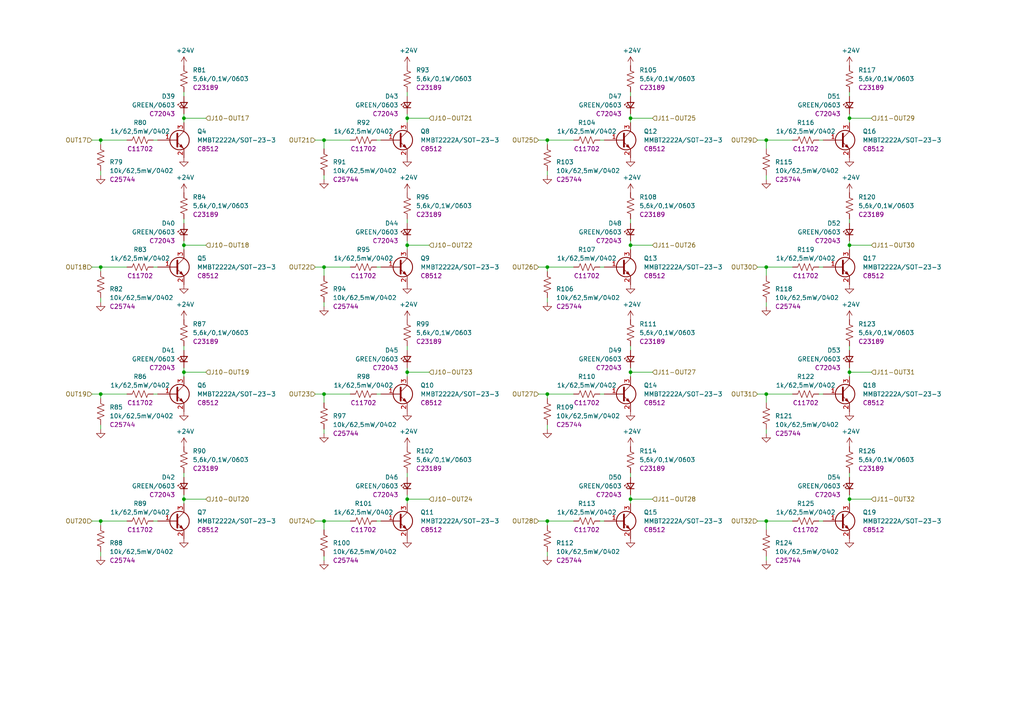
<source format=kicad_sch>
(kicad_sch (version 20230121) (generator eeschema)
  (paper "A4")
  (title_block (title "ESP 32x 24VDC Input 32x 24VDC Output Module") (date "2023-05-04") (rev "V1"))
  (junction (at 182.88 107.95))
  (junction (at 222.25 40.64))
  (junction (at 158.75 114.3))
  (junction (at 222.25 114.3))
  (junction (at 222.25 77.47))
  (junction (at 53.34 71.12))
  (junction (at 29.21 114.3))
  (junction (at 222.25 151.13))
  (junction (at 118.11 107.95))
  (junction (at 118.11 34.29))
  (junction (at 93.98 77.47))
  (junction (at 93.98 151.13))
  (junction (at 118.11 71.12))
  (junction (at 29.21 40.64))
  (junction (at 158.75 77.47))
  (junction (at 158.75 40.64))
  (junction (at 182.88 144.78))
  (junction (at 246.38 144.78))
  (junction (at 182.88 71.12))
  (junction (at 93.98 40.64))
  (junction (at 246.38 107.95))
  (junction (at 182.88 34.29))
  (junction (at 53.34 34.29))
  (junction (at 53.34 107.95))
  (junction (at 246.38 71.12))
  (junction (at 29.21 77.47))
  (junction (at 29.21 151.13))
  (junction (at 118.11 144.78))
  (junction (at 246.38 34.29))
  (junction (at 53.34 144.78))
  (junction (at 158.75 151.13))
  (junction (at 93.98 114.3))
  (wire (pts (xy 182.88 100.33) (xy 182.88 101.6)))
  (wire (pts (xy 29.21 151.13) (xy 36.83 151.13)))
  (wire (pts (xy 29.21 114.3) (xy 29.21 115.57)))
  (wire (pts (xy 182.88 71.12) (xy 182.88 72.39)))
  (wire (pts (xy 53.34 137.16) (xy 53.34 138.43)))
  (wire (pts (xy 93.98 87.63) (xy 93.98 88.9)))
  (wire (pts (xy 109.22 40.64) (xy 110.49 40.64)))
  (wire (pts (xy 182.88 137.16) (xy 182.88 138.43)))
  (wire (pts (xy 93.98 40.64) (xy 101.6 40.64)))
  (wire (pts (xy 29.21 40.64) (xy 29.21 41.91)))
  (wire (pts (xy 109.22 114.3) (xy 110.49 114.3)))
  (wire (pts (xy 158.75 160.02) (xy 158.75 161.29)))
  (wire (pts (xy 246.38 34.29) (xy 252.73 34.29)))
  (wire (pts (xy 93.98 151.13) (xy 93.98 153.67)))
  (wire (pts (xy 118.11 63.5) (xy 118.11 64.77)))
  (wire (pts (xy 44.45 40.64) (xy 45.72 40.64)))
  (wire (pts (xy 182.88 63.5) (xy 182.88 64.77)))
  (wire (pts (xy 246.38 106.68) (xy 246.38 107.95)))
  (wire (pts (xy 118.11 69.85) (xy 118.11 71.12)))
  (wire (pts (xy 93.98 114.3) (xy 93.98 116.84)))
  (wire (pts (xy 158.75 40.64) (xy 158.75 41.91)))
  (wire (pts (xy 91.44 151.13) (xy 93.98 151.13)))
  (wire (pts (xy 26.67 151.13) (xy 29.21 151.13)))
  (wire (pts (xy 53.34 69.85) (xy 53.34 71.12)))
  (wire (pts (xy 29.21 86.36) (xy 29.21 87.63)))
  (wire (pts (xy 29.21 77.47) (xy 29.21 78.74)))
  (wire (pts (xy 93.98 114.3) (xy 101.6 114.3)))
  (wire (pts (xy 118.11 34.29) (xy 124.46 34.29)))
  (wire (pts (xy 219.71 40.64) (xy 222.25 40.64)))
  (wire (pts (xy 118.11 144.78) (xy 118.11 146.05)))
  (wire (pts (xy 29.21 151.13) (xy 29.21 152.4)))
  (wire (pts (xy 222.25 161.29) (xy 222.25 162.56)))
  (wire (pts (xy 156.21 151.13) (xy 158.75 151.13)))
  (wire (pts (xy 156.21 40.64) (xy 158.75 40.64)))
  (wire (pts (xy 246.38 33.02) (xy 246.38 34.29)))
  (wire (pts (xy 44.45 114.3) (xy 45.72 114.3)))
  (wire (pts (xy 118.11 107.95) (xy 124.46 107.95)))
  (wire (pts (xy 158.75 114.3) (xy 166.37 114.3)))
  (wire (pts (xy 93.98 124.46) (xy 93.98 125.73)))
  (wire (pts (xy 93.98 151.13) (xy 101.6 151.13)))
  (wire (pts (xy 93.98 40.64) (xy 93.98 43.18)))
  (wire (pts (xy 53.34 100.33) (xy 53.34 101.6)))
  (wire (pts (xy 158.75 77.47) (xy 166.37 77.47)))
  (wire (pts (xy 173.99 151.13) (xy 175.26 151.13)))
  (wire (pts (xy 182.88 107.95) (xy 189.23 107.95)))
  (wire (pts (xy 29.21 40.64) (xy 36.83 40.64)))
  (wire (pts (xy 219.71 151.13) (xy 222.25 151.13)))
  (wire (pts (xy 53.34 33.02) (xy 53.34 34.29)))
  (wire (pts (xy 44.45 151.13) (xy 45.72 151.13)))
  (wire (pts (xy 182.88 33.02) (xy 182.88 34.29)))
  (wire (pts (xy 246.38 34.29) (xy 246.38 35.56)))
  (wire (pts (xy 118.11 34.29) (xy 118.11 35.56)))
  (wire (pts (xy 158.75 86.36) (xy 158.75 87.63)))
  (wire (pts (xy 59.69 71.12) (xy 53.34 71.12)))
  (wire (pts (xy 53.34 143.51) (xy 53.34 144.78)))
  (wire (pts (xy 158.75 49.53) (xy 158.75 50.8)))
  (wire (pts (xy 246.38 71.12) (xy 246.38 72.39)))
  (wire (pts (xy 246.38 100.33) (xy 246.38 101.6)))
  (wire (pts (xy 118.11 71.12) (xy 118.11 72.39)))
  (wire (pts (xy 182.88 144.78) (xy 182.88 146.05)))
  (wire (pts (xy 93.98 77.47) (xy 93.98 80.01)))
  (wire (pts (xy 53.34 71.12) (xy 53.34 72.39)))
  (wire (pts (xy 222.25 151.13) (xy 222.25 153.67)))
  (wire (pts (xy 26.67 114.3) (xy 29.21 114.3)))
  (wire (pts (xy 182.88 143.51) (xy 182.88 144.78)))
  (wire (pts (xy 246.38 26.67) (xy 246.38 27.94)))
  (wire (pts (xy 222.25 114.3) (xy 229.87 114.3)))
  (wire (pts (xy 109.22 151.13) (xy 110.49 151.13)))
  (wire (pts (xy 182.88 26.67) (xy 182.88 27.94)))
  (wire (pts (xy 237.49 40.64) (xy 238.76 40.64)))
  (wire (pts (xy 246.38 137.16) (xy 246.38 138.43)))
  (wire (pts (xy 118.11 144.78) (xy 124.46 144.78)))
  (wire (pts (xy 26.67 77.47) (xy 29.21 77.47)))
  (wire (pts (xy 109.22 77.47) (xy 110.49 77.47)))
  (wire (pts (xy 182.88 106.68) (xy 182.88 107.95)))
  (wire (pts (xy 29.21 160.02) (xy 29.21 161.29)))
  (wire (pts (xy 29.21 123.19) (xy 29.21 124.46)))
  (wire (pts (xy 246.38 63.5) (xy 246.38 64.77)))
  (wire (pts (xy 44.45 77.47) (xy 45.72 77.47)))
  (wire (pts (xy 189.23 71.12) (xy 182.88 71.12)))
  (wire (pts (xy 182.88 34.29) (xy 182.88 35.56)))
  (wire (pts (xy 156.21 114.3) (xy 158.75 114.3)))
  (wire (pts (xy 222.25 77.47) (xy 229.87 77.47)))
  (wire (pts (xy 118.11 100.33) (xy 118.11 101.6)))
  (wire (pts (xy 53.34 63.5) (xy 53.34 64.77)))
  (wire (pts (xy 53.34 106.68) (xy 53.34 107.95)))
  (wire (pts (xy 93.98 161.29) (xy 93.98 162.56)))
  (wire (pts (xy 219.71 114.3) (xy 222.25 114.3)))
  (wire (pts (xy 118.11 143.51) (xy 118.11 144.78)))
  (wire (pts (xy 222.25 40.64) (xy 229.87 40.64)))
  (wire (pts (xy 246.38 144.78) (xy 246.38 146.05)))
  (wire (pts (xy 93.98 50.8) (xy 93.98 52.07)))
  (wire (pts (xy 118.11 71.12) (xy 124.46 71.12)))
  (wire (pts (xy 53.34 144.78) (xy 59.69 144.78)))
  (wire (pts (xy 246.38 144.78) (xy 252.73 144.78)))
  (wire (pts (xy 118.11 26.67) (xy 118.11 27.94)))
  (wire (pts (xy 182.88 69.85) (xy 182.88 71.12)))
  (wire (pts (xy 222.25 124.46) (xy 222.25 125.73)))
  (wire (pts (xy 59.69 34.29) (xy 53.34 34.29)))
  (wire (pts (xy 219.71 77.47) (xy 222.25 77.47)))
  (wire (pts (xy 158.75 114.3) (xy 158.75 115.57)))
  (wire (pts (xy 29.21 49.53) (xy 29.21 50.8)))
  (wire (pts (xy 222.25 151.13) (xy 229.87 151.13)))
  (wire (pts (xy 222.25 50.8) (xy 222.25 52.07)))
  (wire (pts (xy 158.75 77.47) (xy 158.75 78.74)))
  (wire (pts (xy 53.34 34.29) (xy 53.34 35.56)))
  (wire (pts (xy 246.38 71.12) (xy 252.73 71.12)))
  (wire (pts (xy 158.75 40.64) (xy 166.37 40.64)))
  (wire (pts (xy 53.34 107.95) (xy 59.69 107.95)))
  (wire (pts (xy 93.98 77.47) (xy 101.6 77.47)))
  (wire (pts (xy 53.34 144.78) (xy 53.34 146.05)))
  (wire (pts (xy 156.21 77.47) (xy 158.75 77.47)))
  (wire (pts (xy 222.25 40.64) (xy 222.25 43.18)))
  (wire (pts (xy 237.49 151.13) (xy 238.76 151.13)))
  (wire (pts (xy 26.67 40.64) (xy 29.21 40.64)))
  (wire (pts (xy 222.25 77.47) (xy 222.25 80.01)))
  (wire (pts (xy 118.11 137.16) (xy 118.11 138.43)))
  (wire (pts (xy 118.11 33.02) (xy 118.11 34.29)))
  (wire (pts (xy 91.44 40.64) (xy 93.98 40.64)))
  (wire (pts (xy 246.38 69.85) (xy 246.38 71.12)))
  (wire (pts (xy 237.49 114.3) (xy 238.76 114.3)))
  (wire (pts (xy 158.75 151.13) (xy 166.37 151.13)))
  (wire (pts (xy 53.34 26.67) (xy 53.34 27.94)))
  (wire (pts (xy 246.38 107.95) (xy 252.73 107.95)))
  (wire (pts (xy 29.21 114.3) (xy 36.83 114.3)))
  (wire (pts (xy 91.44 77.47) (xy 93.98 77.47)))
  (wire (pts (xy 91.44 114.3) (xy 93.98 114.3)))
  (wire (pts (xy 118.11 106.68) (xy 118.11 107.95)))
  (wire (pts (xy 246.38 143.51) (xy 246.38 144.78)))
  (wire (pts (xy 189.23 34.29) (xy 182.88 34.29)))
  (wire (pts (xy 182.88 107.95) (xy 182.88 109.22)))
  (wire (pts (xy 237.49 77.47) (xy 238.76 77.47)))
  (wire (pts (xy 158.75 123.19) (xy 158.75 124.46)))
  (wire (pts (xy 222.25 114.3) (xy 222.25 116.84)))
  (wire (pts (xy 246.38 107.95) (xy 246.38 109.22)))
  (wire (pts (xy 182.88 144.78) (xy 189.23 144.78)))
  (wire (pts (xy 173.99 77.47) (xy 175.26 77.47)))
  (wire (pts (xy 158.75 151.13) (xy 158.75 152.4)))
  (wire (pts (xy 29.21 77.47) (xy 36.83 77.47)))
  (wire (pts (xy 53.34 107.95) (xy 53.34 109.22)))
  (wire (pts (xy 173.99 40.64) (xy 175.26 40.64)))
  (wire (pts (xy 118.11 107.95) (xy 118.11 109.22)))
  (wire (pts (xy 222.25 87.63) (xy 222.25 88.9)))
  (wire (pts (xy 173.99 114.3) (xy 175.26 114.3)))
  (hierarchical_label "OUT23" (shape input) (at 91.44 114.3 180))
  (hierarchical_label "OUT27" (shape input) (at 156.21 114.3 180))
  (hierarchical_label "OUT26" (shape input) (at 156.21 77.47 180))
  (hierarchical_label "J11-OUT26" (shape input) (at 189.23 71.12 0))
  (hierarchical_label "J11-OUT27" (shape input) (at 189.23 107.95 0))
  (hierarchical_label "OUT24" (shape input) (at 91.44 151.13 180))
  (hierarchical_label "J10-OUT22" (shape input) (at 124.46 71.12 0))
  (hierarchical_label "J11-OUT29" (shape input) (at 252.73 34.29 0))
  (hierarchical_label "J10-OUT20" (shape input) (at 59.69 144.78 0))
  (hierarchical_label "OUT31" (shape input) (at 219.71 114.3 180))
  (hierarchical_label "J10-OUT21" (shape input) (at 124.46 34.29 0))
  (hierarchical_label "OUT22" (shape input) (at 91.44 77.47 180))
  (hierarchical_label "OUT21" (shape input) (at 91.44 40.64 180))
  (hierarchical_label "J11-OUT31" (shape input) (at 252.73 107.95 0))
  (hierarchical_label "OUT18" (shape input) (at 26.67 77.47 180))
  (hierarchical_label "OUT30" (shape input) (at 219.71 77.47 180))
  (hierarchical_label "J10-OUT17" (shape input) (at 59.69 34.29 0))
  (hierarchical_label "OUT20" (shape input) (at 26.67 151.13 180))
  (hierarchical_label "J10-OUT18" (shape input) (at 59.69 71.12 0))
  (hierarchical_label "OUT32" (shape input) (at 219.71 151.13 180))
  (hierarchical_label "J10-OUT19" (shape input) (at 59.69 107.95 0))
  (hierarchical_label "OUT25" (shape input) (at 156.21 40.64 180))
  (hierarchical_label "J11-OUT30" (shape input) (at 252.73 71.12 0))
  (hierarchical_label "J11-OUT32" (shape input) (at 252.73 144.78 0))
  (hierarchical_label "OUT29" (shape input) (at 219.71 40.64 180))
  (hierarchical_label "J10-OUT24" (shape input) (at 124.46 144.78 0))
  (hierarchical_label "J11-OUT28" (shape input) (at 189.23 144.78 0))
  (hierarchical_label "OUT28" (shape input) (at 156.21 151.13 180))
  (hierarchical_label "OUT17" (shape input) (at 26.67 40.64 180))
  (hierarchical_label "J10-OUT23" (shape input) (at 124.46 107.95 0))
  (hierarchical_label "OUT19" (shape input) (at 26.67 114.3 180))
  (hierarchical_label "J11-OUT25" (shape input) (at 189.23 34.29 0))
  (symbol (lib_id "Device:R_US") (at 170.18 151.13 270) (unit 1)
    (property "Reference" "R113" (at 170.18 146.05 90))
    (property "Value" "1k/62,5mW/0402" (at 170.18 148.59 90))
    (property "Footprint" "Tales:R_0402_1005Metric" (effects hide))
    (property "Case" "0402/1005" (effects hide))
    (property "Mfr" "Uniroyal" (effects hide))
    (property "Mfr PN" "0402WGF1001TCE" (effects hide))
    (property "Vendor" "JLCPCB" (effects hide))
    (property "Vendor PN" "C11702" (effects hide))
    (property "LCSC Part #" "C11702" (at 170.18 153.67 90))
    (property "JLCPCB BOM" "1" (effects hide))
    (instances (project "ESP-24v-32ch-V1" (path "" (reference "R113") (unit 1)) (path "" (reference "R210") (unit 1))))
  )
  (symbol (lib_id "Device:R_US") (at 158.75 119.38 0) (unit 1)
    (property "Reference" "R109" (at 161.29 118.11 0) (effects (justify left)))
    (property "Value" "10k/62,5mW/0402" (at 161.29 120.65 0) (effects (justify left)))
    (property "Footprint" "Tales:R_0402_1005Metric" (effects hide))
    (property "Case" "0402/1005" (effects hide))
    (property "Mfr" "Uniroyal" (effects hide))
    (property "Vendor" "JLCPCB" (effects hide))
    (property "Mfr PN" "0402WGF1002TCE" (effects hide))
    (property "Vendor PN" "C25744" (effects hide))
    (property "LCSC Part #" "C25744" (at 161.29 123.19 0) (effects (justify left)))
    (property "JLCPCB BOM" "1" (effects hide))
    (instances (project "ESP-24v-32ch-V1" (path "" (reference "R109") (unit 1)) (path "" (reference "R205") (unit 1))))
  )
  (symbol (lib_id "Device:R_US") (at 246.38 133.35 0) (unit 1)
    (property "Reference" "R126" (at 248.92 130.81 0) (effects (justify left)))
    (property "Value" "5,6k/0,1W/0603" (at 248.92 133.35 0) (effects (justify left)))
    (property "Footprint" "Tales:R_0603_1608Metric" (effects hide))
    (property "Case" "0603/1608" (effects hide))
    (property "Mfr" "Uniroyal" (effects hide))
    (property "Mfr PN" "0603WAF5601T5E" (effects hide))
    (property "Vendor" "JLCPCB" (effects hide))
    (property "Vendor PN" "C23189" (effects hide))
    (property "LCSC Part #" "C23189" (at 248.92 135.89 0) (effects (justify left)))
    (property "JLCPCB BOM" "1" (effects hide))
    (instances (project "ESP-24v-32ch-V1" (path "" (reference "R126") (unit 1)) (path "" (reference "R226") (unit 1))))
  )
  (symbol (lib_id "Device:Q_NPN_BEC") (at 50.8 40.64 0) (unit 1)
    (property "Reference" "Q4" (at 57.15 38.1 0) (effects (justify left)))
    (property "Value" "MMBT2222A/SOT-23-3" (at 57.15 40.64 0) (effects (justify left)))
    (property "Footprint" "Tales:SOT-23" (effects hide))
    (property "Case" "SOT-23-3" (effects hide))
    (property "Mfr" "Changjiang" (effects hide))
    (property "Mfr PN" "MMBT2222A" (effects hide))
    (property "Technology" "BJT" (effects hide))
    (property "Vendor" "JLCPCB" (effects hide))
    (property "Vendor PN" "C8512" (effects hide))
    (property "JLCPCB BOM" "1" (effects hide))
    (property "LCSC Part #" "C8512" (at 57.15 43.18 0) (effects (justify left)))
    (instances (project "ESP-24v-32ch-V1" (path "" (reference "Q4") (unit 1)) (path "" (reference "Q20") (unit 1))))
  )
  (symbol (lib_id "power:GND") (at 53.34 82.55 0) (unit 1)
    (property "Reference" "#PWR058" (effects hide))
    (property "Value" "GNDREF" (effects hide))
    (instances (project "ESP-24v-32ch-V1" (path "" (reference "#PWR058") (unit 1)) (path "" (reference "#PWR0266") (unit 1))))
  )
  (symbol (lib_id "Device:LED_Small") (at 118.11 30.48 90) (unit 1)
    (property "Reference" "D43" (at 115.57 27.94 90) (effects (justify left)))
    (property "Value" "GREEN/0603" (at 115.57 30.48 90) (effects (justify left)))
    (property "Footprint" "Tales:LED_0603_1608Metric" (effects hide))
    (property "Case" "0603" (effects hide))
    (property "Mfr" "Everlight" (effects hide))
    (property "Mfr PN" "19-217/GHC-YR1S2/3T" (effects hide))
    (property "Vendor" "JLCPCB" (effects hide))
    (property "Vendor PN" "C72043" (effects hide))
    (property "LCSC Part #" "C72043" (at 115.57 33.02 90) (effects (justify left)))
    (property "JLCPCB BOM" "1" (effects hide))
    (instances (project "ESP-24v-32ch-V1" (path "" (reference "D43") (unit 1)) (path "" (reference "D91") (unit 1))))
  )
  (symbol (lib_id "power:GND") (at 53.34 156.21 0) (unit 1)
    (property "Reference" "#PWR062" (effects hide))
    (property "Value" "GNDREF" (effects hide))
    (instances (project "ESP-24v-32ch-V1" (path "" (reference "#PWR062") (unit 1)) (path "" (reference "#PWR0270") (unit 1))))
  )
  (symbol (lib_id "Device:Q_NPN_BEC") (at 243.84 151.13 0) (unit 1)
    (property "Reference" "Q19" (at 250.19 148.59 0) (effects (justify left)))
    (property "Value" "MMBT2222A/SOT-23-3" (at 250.19 151.13 0) (effects (justify left)))
    (property "Footprint" "Tales:SOT-23" (effects hide))
    (property "Case" "SOT-23-3" (effects hide))
    (property "Mfr" "Changjiang" (effects hide))
    (property "Mfr PN" "MMBT2222A" (effects hide))
    (property "Technology" "BJT" (effects hide))
    (property "Vendor" "JLCPCB" (effects hide))
    (property "Vendor PN" "C8512" (effects hide))
    (property "JLCPCB BOM" "1" (effects hide))
    (property "LCSC Part #" "C8512" (at 250.19 153.67 0) (effects (justify left)))
    (instances (project "ESP-24v-32ch-V1" (path "" (reference "Q19") (unit 1)) (path "" (reference "Q35") (unit 1))))
  )
  (symbol (lib_id "Device:R_US") (at 222.25 157.48 0) (unit 1)
    (property "Reference" "R124" (at 224.79 157.48 0) (effects (justify left)))
    (property "Value" "10k/62,5mW/0402" (at 224.79 160.02 0) (effects (justify left)))
    (property "Footprint" "Tales:R_0402_1005Metric" (effects hide))
    (property "Case" "0402/1005" (effects hide))
    (property "Mfr" "Uniroyal" (effects hide))
    (property "Vendor" "JLCPCB" (effects hide))
    (property "Mfr PN" "0402WGF1002TCE" (effects hide))
    (property "Vendor PN" "C25744" (effects hide))
    (property "LCSC Part #" "C25744" (at 224.79 162.56 0) (effects (justify left)))
    (property "JLCPCB BOM" "1" (effects hide))
    (instances (project "ESP-24v-32ch-V1" (path "" (reference "R124") (unit 1)) (path "" (reference "R218") (unit 1))))
  )
  (symbol (lib_id "Device:R_US") (at 182.88 133.35 0) (unit 1)
    (property "Reference" "R114" (at 185.42 130.81 0) (effects (justify left)))
    (property "Value" "5,6k/0,1W/0603" (at 185.42 133.35 0) (effects (justify left)))
    (property "Footprint" "Tales:R_0603_1608Metric" (effects hide))
    (property "Case" "0603/1608" (effects hide))
    (property "Mfr" "Uniroyal" (effects hide))
    (property "Mfr PN" "0603WAF5601T5E" (effects hide))
    (property "Vendor" "JLCPCB" (effects hide))
    (property "Vendor PN" "C23189" (effects hide))
    (property "LCSC Part #" "C23189" (at 185.42 135.89 0) (effects (justify left)))
    (property "JLCPCB BOM" "1" (effects hide))
    (instances (project "ESP-24v-32ch-V1" (path "" (reference "R114") (unit 1)) (path "" (reference "R214") (unit 1))))
  )
  (symbol (lib_id "power:+24V") (at 53.34 19.05 0) (unit 1)
    (property "Reference" "#PWR055" (effects hide))
    (property "Value" "+24V" (at 53.721 14.6558 0))
    (instances (project "ESP-24v-32ch-V1" (path "" (reference "#PWR055") (unit 1)) (path "" (reference "#PWR0263") (unit 1))))
  )
  (symbol (lib_id "Device:LED_Small") (at 118.11 140.97 90) (unit 1)
    (property "Reference" "D46" (at 115.57 138.43 90) (effects (justify left)))
    (property "Value" "GREEN/0603" (at 115.57 140.97 90) (effects (justify left)))
    (property "Footprint" "Tales:LED_0603_1608Metric" (effects hide))
    (property "Case" "0603" (effects hide))
    (property "Mfr" "Everlight" (effects hide))
    (property "Mfr PN" "19-217/GHC-YR1S2/3T" (effects hide))
    (property "Vendor" "JLCPCB" (effects hide))
    (property "Vendor PN" "C72043" (effects hide))
    (property "LCSC Part #" "C72043" (at 115.57 143.51 90) (effects (justify left)))
    (property "JLCPCB BOM" "1" (effects hide))
    (instances (project "ESP-24v-32ch-V1" (path "" (reference "D46") (unit 1)) (path "" (reference "D94") (unit 1))))
  )
  (symbol (lib_id "Device:Q_NPN_BEC") (at 115.57 77.47 0) (unit 1)
    (property "Reference" "Q9" (at 121.92 74.93 0) (effects (justify left)))
    (property "Value" "MMBT2222A/SOT-23-3" (at 121.92 77.47 0) (effects (justify left)))
    (property "Footprint" "Tales:SOT-23" (effects hide))
    (property "Case" "SOT-23-3" (effects hide))
    (property "Mfr" "Changjiang" (effects hide))
    (property "Mfr PN" "MMBT2222A" (effects hide))
    (property "Technology" "BJT" (effects hide))
    (property "Vendor" "JLCPCB" (effects hide))
    (property "Vendor PN" "C8512" (effects hide))
    (property "JLCPCB BOM" "1" (effects hide))
    (property "LCSC Part #" "C8512" (at 121.92 80.01 0) (effects (justify left)))
    (instances (project "ESP-24v-32ch-V1" (path "" (reference "Q9") (unit 1)) (path "" (reference "Q25") (unit 1))))
  )
  (symbol (lib_id "Device:R_US") (at 29.21 119.38 0) (unit 1)
    (property "Reference" "R85" (at 31.75 118.11 0) (effects (justify left)))
    (property "Value" "10k/62,5mW/0402" (at 31.75 120.65 0) (effects (justify left)))
    (property "Footprint" "Tales:R_0402_1005Metric" (effects hide))
    (property "Case" "0402/1005" (effects hide))
    (property "Mfr" "Uniroyal" (effects hide))
    (property "Vendor" "JLCPCB" (effects hide))
    (property "Mfr PN" "0402WGF1002TCE" (effects hide))
    (property "Vendor PN" "C25744" (effects hide))
    (property "LCSC Part #" "C25744" (at 31.75 123.19 0) (effects (justify left)))
    (property "JLCPCB BOM" "1" (effects hide))
    (instances (project "ESP-24v-32ch-V1" (path "" (reference "R85") (unit 1)) (path "" (reference "R181") (unit 1))))
  )
  (symbol (lib_id "power:+24V") (at 182.88 55.88 0) (unit 1)
    (property "Reference" "#PWR081" (effects hide))
    (property "Value" "+24V" (at 183.261 51.4858 0))
    (instances (project "ESP-24v-32ch-V1" (path "" (reference "#PWR081") (unit 1)) (path "" (reference "#PWR0289") (unit 1))))
  )
  (symbol (lib_id "Device:Q_NPN_BEC") (at 115.57 114.3 0) (unit 1)
    (property "Reference" "Q10" (at 121.92 111.76 0) (effects (justify left)))
    (property "Value" "MMBT2222A/SOT-23-3" (at 121.92 114.3 0) (effects (justify left)))
    (property "Footprint" "Tales:SOT-23" (effects hide))
    (property "Case" "SOT-23-3" (effects hide))
    (property "Mfr" "Changjiang" (effects hide))
    (property "Mfr PN" "MMBT2222A" (effects hide))
    (property "Technology" "BJT" (effects hide))
    (property "Vendor" "JLCPCB" (effects hide))
    (property "Vendor PN" "C8512" (effects hide))
    (property "JLCPCB BOM" "1" (effects hide))
    (property "LCSC Part #" "C8512" (at 121.92 116.84 0) (effects (justify left)))
    (instances (project "ESP-24v-32ch-V1" (path "" (reference "Q10") (unit 1)) (path "" (reference "Q26") (unit 1))))
  )
  (symbol (lib_id "Device:R_US") (at 233.68 114.3 270) (unit 1)
    (property "Reference" "R122" (at 233.68 109.22 90))
    (property "Value" "1k/62,5mW/0402" (at 233.68 111.76 90))
    (property "Footprint" "Tales:R_0402_1005Metric" (effects hide))
    (property "Case" "0402/1005" (effects hide))
    (property "Mfr" "Uniroyal" (effects hide))
    (property "Mfr PN" "0402WGF1001TCE" (effects hide))
    (property "Vendor" "JLCPCB" (effects hide))
    (property "Vendor PN" "C11702" (effects hide))
    (property "LCSC Part #" "C11702" (at 233.68 116.84 90))
    (property "JLCPCB BOM" "1" (effects hide))
    (instances (project "ESP-24v-32ch-V1" (path "" (reference "R122") (unit 1)) (path "" (reference "R221") (unit 1))))
  )
  (symbol (lib_id "power:GND") (at 158.75 50.8 0) (unit 1)
    (property "Reference" "#PWR075" (effects hide))
    (property "Value" "GNDREF" (effects hide))
    (instances (project "ESP-24v-32ch-V1" (path "" (reference "#PWR075") (unit 1)) (path "" (reference "#PWR0283") (unit 1))))
  )
  (symbol (lib_id "Device:LED_Small") (at 118.11 104.14 90) (unit 1)
    (property "Reference" "D45" (at 115.57 101.6 90) (effects (justify left)))
    (property "Value" "GREEN/0603" (at 115.57 104.14 90) (effects (justify left)))
    (property "Footprint" "Tales:LED_0603_1608Metric" (effects hide))
    (property "Case" "0603" (effects hide))
    (property "Mfr" "Everlight" (effects hide))
    (property "Mfr PN" "19-217/GHC-YR1S2/3T" (effects hide))
    (property "Vendor" "JLCPCB" (effects hide))
    (property "Vendor PN" "C72043" (effects hide))
    (property "LCSC Part #" "C72043" (at 115.57 106.68 90) (effects (justify left)))
    (property "JLCPCB BOM" "1" (effects hide))
    (instances (project "ESP-24v-32ch-V1" (path "" (reference "D45") (unit 1)) (path "" (reference "D93") (unit 1))))
  )
  (symbol (lib_id "power:+24V") (at 118.11 19.05 0) (unit 1)
    (property "Reference" "#PWR067" (effects hide))
    (property "Value" "+24V" (at 118.491 14.6558 0))
    (instances (project "ESP-24v-32ch-V1" (path "" (reference "#PWR067") (unit 1)) (path "" (reference "#PWR0275") (unit 1))))
  )
  (symbol (lib_id "power:GND") (at 222.25 52.07 0) (unit 1)
    (property "Reference" "#PWR087" (effects hide))
    (property "Value" "GNDREF" (effects hide))
    (instances (project "ESP-24v-32ch-V1" (path "" (reference "#PWR087") (unit 1)) (path "" (reference "#PWR0295") (unit 1))))
  )
  (symbol (lib_id "Device:R_US") (at 29.21 45.72 0) (unit 1)
    (property "Reference" "R79" (at 31.75 46.99 0) (effects (justify left)))
    (property "Value" "10k/62,5mW/0402" (at 31.75 49.53 0) (effects (justify left)))
    (property "Footprint" "Tales:R_0402_1005Metric" (effects hide))
    (property "Case" "0402/1005" (effects hide))
    (property "Mfr" "Uniroyal" (effects hide))
    (property "Vendor" "JLCPCB" (effects hide))
    (property "Mfr PN" "0402WGF1002TCE" (effects hide))
    (property "Vendor PN" "C25744" (effects hide))
    (property "LCSC Part #" "C25744" (at 31.75 52.07 0) (effects (justify left)))
    (property "JLCPCB BOM" "1" (effects hide))
    (instances (project "ESP-24v-32ch-V1" (path "" (reference "R79") (unit 1)) (path "" (reference "R179") (unit 1))))
  )
  (symbol (lib_id "power:+24V") (at 246.38 129.54 0) (unit 1)
    (property "Reference" "#PWR097" (effects hide))
    (property "Value" "+24V" (at 246.761 125.1458 0))
    (instances (project "ESP-24v-32ch-V1" (path "" (reference "#PWR097") (unit 1)) (path "" (reference "#PWR0305") (unit 1))))
  )
  (symbol (lib_id "Device:LED_Small") (at 182.88 104.14 90) (unit 1)
    (property "Reference" "D49" (at 180.34 101.6 90) (effects (justify left)))
    (property "Value" "GREEN/0603" (at 180.34 104.14 90) (effects (justify left)))
    (property "Footprint" "Tales:LED_0603_1608Metric" (effects hide))
    (property "Case" "0603" (effects hide))
    (property "Mfr" "Everlight" (effects hide))
    (property "Mfr PN" "19-217/GHC-YR1S2/3T" (effects hide))
    (property "Vendor" "JLCPCB" (effects hide))
    (property "Vendor PN" "C72043" (effects hide))
    (property "LCSC Part #" "C72043" (at 180.34 106.68 90) (effects (justify left)))
    (property "JLCPCB BOM" "1" (effects hide))
    (instances (project "ESP-24v-32ch-V1" (path "" (reference "D49") (unit 1)) (path "" (reference "D97") (unit 1))))
  )
  (symbol (lib_id "Device:Q_NPN_BEC") (at 180.34 151.13 0) (unit 1)
    (property "Reference" "Q15" (at 186.69 148.59 0) (effects (justify left)))
    (property "Value" "MMBT2222A/SOT-23-3" (at 186.69 151.13 0) (effects (justify left)))
    (property "Footprint" "Tales:SOT-23" (effects hide))
    (property "Case" "SOT-23-3" (effects hide))
    (property "Mfr" "Changjiang" (effects hide))
    (property "Mfr PN" "MMBT2222A" (effects hide))
    (property "Technology" "BJT" (effects hide))
    (property "Vendor" "JLCPCB" (effects hide))
    (property "Vendor PN" "C8512" (effects hide))
    (property "JLCPCB BOM" "1" (effects hide))
    (property "LCSC Part #" "C8512" (at 186.69 153.67 0) (effects (justify left)))
    (instances (project "ESP-24v-32ch-V1" (path "" (reference "Q15") (unit 1)) (path "" (reference "Q31") (unit 1))))
  )
  (symbol (lib_id "power:GND") (at 29.21 161.29 0) (unit 1)
    (property "Reference" "#PWR054" (effects hide))
    (property "Value" "GNDREF" (effects hide))
    (instances (project "ESP-24v-32ch-V1" (path "" (reference "#PWR054") (unit 1)) (path "" (reference "#PWR0262") (unit 1))))
  )
  (symbol (lib_id "Device:R_US") (at 222.25 83.82 0) (unit 1)
    (property "Reference" "R118" (at 224.79 83.82 0) (effects (justify left)))
    (property "Value" "10k/62,5mW/0402" (at 224.79 86.36 0) (effects (justify left)))
    (property "Footprint" "Tales:R_0402_1005Metric" (effects hide))
    (property "Case" "0402/1005" (effects hide))
    (property "Mfr" "Uniroyal" (effects hide))
    (property "Vendor" "JLCPCB" (effects hide))
    (property "Mfr PN" "0402WGF1002TCE" (effects hide))
    (property "Vendor PN" "C25744" (effects hide))
    (property "LCSC Part #" "C25744" (at 224.79 88.9 0) (effects (justify left)))
    (property "JLCPCB BOM" "1" (effects hide))
    (instances (project "ESP-24v-32ch-V1" (path "" (reference "R118") (unit 1)) (path "" (reference "R216") (unit 1))))
  )
  (symbol (lib_id "Device:R_US") (at 29.21 82.55 0) (unit 1)
    (property "Reference" "R82" (at 31.75 83.82 0) (effects (justify left)))
    (property "Value" "10k/62,5mW/0402" (at 31.75 86.36 0) (effects (justify left)))
    (property "Footprint" "Tales:R_0402_1005Metric" (effects hide))
    (property "Case" "0402/1005" (effects hide))
    (property "Mfr" "Uniroyal" (effects hide))
    (property "Vendor" "JLCPCB" (effects hide))
    (property "Mfr PN" "0402WGF1002TCE" (effects hide))
    (property "Vendor PN" "C25744" (effects hide))
    (property "LCSC Part #" "C25744" (at 31.75 88.9 0) (effects (justify left)))
    (property "JLCPCB BOM" "1" (effects hide))
    (instances (project "ESP-24v-32ch-V1" (path "" (reference "R82") (unit 1)) (path "" (reference "R180") (unit 1))))
  )
  (symbol (lib_id "Device:R_US") (at 29.21 156.21 0) (unit 1)
    (property "Reference" "R88" (at 31.75 157.48 0) (effects (justify left)))
    (property "Value" "10k/62,5mW/0402" (at 31.75 160.02 0) (effects (justify left)))
    (property "Footprint" "Tales:R_0402_1005Metric" (effects hide))
    (property "Case" "0402/1005" (effects hide))
    (property "Mfr" "Uniroyal" (effects hide))
    (property "Vendor" "JLCPCB" (effects hide))
    (property "Mfr PN" "0402WGF1002TCE" (effects hide))
    (property "Vendor PN" "C25744" (effects hide))
    (property "LCSC Part #" "C25744" (at 31.75 162.56 0) (effects (justify left)))
    (property "JLCPCB BOM" "1" (effects hide))
    (instances (project "ESP-24v-32ch-V1" (path "" (reference "R88") (unit 1)) (path "" (reference "R182") (unit 1))))
  )
  (symbol (lib_id "Device:R_US") (at 40.64 77.47 270) (unit 1)
    (property "Reference" "R83" (at 40.64 72.39 90))
    (property "Value" "1k/62,5mW/0402" (at 40.64 74.93 90))
    (property "Footprint" "Tales:R_0402_1005Metric" (effects hide))
    (property "Case" "0402/1005" (effects hide))
    (property "Mfr" "Uniroyal" (effects hide))
    (property "Mfr PN" "0402WGF1001TCE" (effects hide))
    (property "Vendor" "JLCPCB" (effects hide))
    (property "Vendor PN" "C11702" (effects hide))
    (property "LCSC Part #" "C11702" (at 40.64 80.01 90))
    (property "JLCPCB BOM" "1" (effects hide))
    (instances (project "ESP-24v-32ch-V1" (path "" (reference "R83") (unit 1)) (path "" (reference "R184") (unit 1))))
  )
  (symbol (lib_id "power:GND") (at 29.21 50.8 0) (unit 1)
    (property "Reference" "#PWR051" (effects hide))
    (property "Value" "GNDREF" (effects hide))
    (instances (project "ESP-24v-32ch-V1" (path "" (reference "#PWR051") (unit 1)) (path "" (reference "#PWR0259") (unit 1))))
  )
  (symbol (lib_id "power:GND") (at 222.25 125.73 0) (unit 1)
    (property "Reference" "#PWR089" (effects hide))
    (property "Value" "GNDREF" (effects hide))
    (instances (project "ESP-24v-32ch-V1" (path "" (reference "#PWR089") (unit 1)) (path "" (reference "#PWR0297") (unit 1))))
  )
  (symbol (lib_id "power:+24V") (at 118.11 92.71 0) (unit 1)
    (property "Reference" "#PWR071" (effects hide))
    (property "Value" "+24V" (at 118.491 88.3158 0))
    (instances (project "ESP-24v-32ch-V1" (path "" (reference "#PWR071") (unit 1)) (path "" (reference "#PWR0279") (unit 1))))
  )
  (symbol (lib_id "Device:LED_Small") (at 182.88 140.97 90) (unit 1)
    (property "Reference" "D50" (at 180.34 138.43 90) (effects (justify left)))
    (property "Value" "GREEN/0603" (at 180.34 140.97 90) (effects (justify left)))
    (property "Footprint" "Tales:LED_0603_1608Metric" (effects hide))
    (property "Case" "0603" (effects hide))
    (property "Mfr" "Everlight" (effects hide))
    (property "Mfr PN" "19-217/GHC-YR1S2/3T" (effects hide))
    (property "Vendor" "JLCPCB" (effects hide))
    (property "Vendor PN" "C72043" (effects hide))
    (property "LCSC Part #" "C72043" (at 180.34 143.51 90) (effects (justify left)))
    (property "JLCPCB BOM" "1" (effects hide))
    (instances (project "ESP-24v-32ch-V1" (path "" (reference "D50") (unit 1)) (path "" (reference "D98") (unit 1))))
  )
  (symbol (lib_id "power:GND") (at 182.88 156.21 0) (unit 1)
    (property "Reference" "#PWR086" (effects hide))
    (property "Value" "GNDREF" (effects hide))
    (instances (project "ESP-24v-32ch-V1" (path "" (reference "#PWR086") (unit 1)) (path "" (reference "#PWR0294") (unit 1))))
  )
  (symbol (lib_id "Device:LED_Small") (at 53.34 67.31 90) (unit 1)
    (property "Reference" "D40" (at 50.8 64.77 90) (effects (justify left)))
    (property "Value" "GREEN/0603" (at 50.8 67.31 90) (effects (justify left)))
    (property "Footprint" "Tales:LED_0603_1608Metric" (effects hide))
    (property "Case" "0603" (effects hide))
    (property "Mfr" "Everlight" (effects hide))
    (property "Mfr PN" "19-217/GHC-YR1S2/3T" (effects hide))
    (property "Vendor" "JLCPCB" (effects hide))
    (property "Vendor PN" "C72043" (effects hide))
    (property "LCSC Part #" "C72043" (at 50.8 69.85 90) (effects (justify left)))
    (property "JLCPCB BOM" "1" (effects hide))
    (instances (project "ESP-24v-32ch-V1" (path "" (reference "D40") (unit 1)) (path "" (reference "D88") (unit 1))))
  )
  (symbol (lib_id "Device:R_US") (at 40.64 151.13 270) (unit 1)
    (property "Reference" "R89" (at 40.64 146.05 90))
    (property "Value" "1k/62,5mW/0402" (at 40.64 148.59 90))
    (property "Footprint" "Tales:R_0402_1005Metric" (effects hide))
    (property "Case" "0402/1005" (effects hide))
    (property "Mfr" "Uniroyal" (effects hide))
    (property "Mfr PN" "0402WGF1001TCE" (effects hide))
    (property "Vendor" "JLCPCB" (effects hide))
    (property "Vendor PN" "C11702" (effects hide))
    (property "LCSC Part #" "C11702" (at 40.64 153.67 90))
    (property "JLCPCB BOM" "1" (effects hide))
    (instances (project "ESP-24v-32ch-V1" (path "" (reference "R89") (unit 1)) (path "" (reference "R186") (unit 1))))
  )
  (symbol (lib_id "Device:R_US") (at 158.75 45.72 0) (unit 1)
    (property "Reference" "R103" (at 161.29 46.99 0) (effects (justify left)))
    (property "Value" "10k/62,5mW/0402" (at 161.29 49.53 0) (effects (justify left)))
    (property "Footprint" "Tales:R_0402_1005Metric" (effects hide))
    (property "Case" "0402/1005" (effects hide))
    (property "Mfr" "Uniroyal" (effects hide))
    (property "Vendor" "JLCPCB" (effects hide))
    (property "Mfr PN" "0402WGF1002TCE" (effects hide))
    (property "Vendor PN" "C25744" (effects hide))
    (property "LCSC Part #" "C25744" (at 161.29 52.07 0) (effects (justify left)))
    (property "JLCPCB BOM" "1" (effects hide))
    (instances (project "ESP-24v-32ch-V1" (path "" (reference "R103") (unit 1)) (path "" (reference "R203") (unit 1))))
  )
  (symbol (lib_id "Device:LED_Small") (at 246.38 104.14 90) (unit 1)
    (property "Reference" "D53" (at 243.84 101.6 90) (effects (justify left)))
    (property "Value" "GREEN/0603" (at 243.84 104.14 90) (effects (justify left)))
    (property "Footprint" "Tales:LED_0603_1608Metric" (effects hide))
    (property "Case" "0603" (effects hide))
    (property "Mfr" "Everlight" (effects hide))
    (property "Mfr PN" "19-217/GHC-YR1S2/3T" (effects hide))
    (property "Vendor" "JLCPCB" (effects hide))
    (property "Vendor PN" "C72043" (effects hide))
    (property "LCSC Part #" "C72043" (at 243.84 106.68 90) (effects (justify left)))
    (property "JLCPCB BOM" "1" (effects hide))
    (instances (project "ESP-24v-32ch-V1" (path "" (reference "D53") (unit 1)) (path "" (reference "D101") (unit 1))))
  )
  (symbol (lib_id "power:GND") (at 93.98 88.9 0) (unit 1)
    (property "Reference" "#PWR064" (effects hide))
    (property "Value" "GNDREF" (effects hide))
    (instances (project "ESP-24v-32ch-V1" (path "" (reference "#PWR064") (unit 1)) (path "" (reference "#PWR0272") (unit 1))))
  )
  (symbol (lib_id "power:+24V") (at 246.38 92.71 0) (unit 1)
    (property "Reference" "#PWR095" (effects hide))
    (property "Value" "+24V" (at 246.761 88.3158 0))
    (instances (project "ESP-24v-32ch-V1" (path "" (reference "#PWR095") (unit 1)) (path "" (reference "#PWR0303") (unit 1))))
  )
  (symbol (lib_id "Device:R_US") (at 93.98 157.48 0) (unit 1)
    (property "Reference" "R100" (at 96.52 157.48 0) (effects (justify left)))
    (property "Value" "10k/62,5mW/0402" (at 96.52 160.02 0) (effects (justify left)))
    (property "Footprint" "Tales:R_0402_1005Metric" (effects hide))
    (property "Case" "0402/1005" (effects hide))
    (property "Mfr" "Uniroyal" (effects hide))
    (property "Vendor" "JLCPCB" (effects hide))
    (property "Mfr PN" "0402WGF1002TCE" (effects hide))
    (property "Vendor PN" "C25744" (effects hide))
    (property "LCSC Part #" "C25744" (at 96.52 162.56 0) (effects (justify left)))
    (property "JLCPCB BOM" "1" (effects hide))
    (instances (project "ESP-24v-32ch-V1" (path "" (reference "R100") (unit 1)) (path "" (reference "R194") (unit 1))))
  )
  (symbol (lib_id "power:+24V") (at 53.34 129.54 0) (unit 1)
    (property "Reference" "#PWR061" (effects hide))
    (property "Value" "+24V" (at 53.721 125.1458 0))
    (instances (project "ESP-24v-32ch-V1" (path "" (reference "#PWR061") (unit 1)) (path "" (reference "#PWR0269") (unit 1))))
  )
  (symbol (lib_id "power:GND") (at 158.75 87.63 0) (unit 1)
    (property "Reference" "#PWR076" (effects hide))
    (property "Value" "GNDREF" (effects hide))
    (instances (project "ESP-24v-32ch-V1" (path "" (reference "#PWR076") (unit 1)) (path "" (reference "#PWR0284") (unit 1))))
  )
  (symbol (lib_id "Device:R_US") (at 118.11 133.35 0) (unit 1)
    (property "Reference" "R102" (at 120.65 130.81 0) (effects (justify left)))
    (property "Value" "5,6k/0,1W/0603" (at 120.65 133.35 0) (effects (justify left)))
    (property "Footprint" "Tales:R_0603_1608Metric" (effects hide))
    (property "Case" "0603/1608" (effects hide))
    (property "Mfr" "Uniroyal" (effects hide))
    (property "Mfr PN" "0603WAF5601T5E" (effects hide))
    (property "Vendor" "JLCPCB" (effects hide))
    (property "Vendor PN" "C23189" (effects hide))
    (property "LCSC Part #" "C23189" (at 120.65 135.89 0) (effects (justify left)))
    (property "JLCPCB BOM" "1" (effects hide))
    (instances (project "ESP-24v-32ch-V1" (path "" (reference "R102") (unit 1)) (path "" (reference "R202") (unit 1))))
  )
  (symbol (lib_id "power:GND") (at 246.38 45.72 0) (unit 1)
    (property "Reference" "#PWR092" (effects hide))
    (property "Value" "GNDREF" (effects hide))
    (instances (project "ESP-24v-32ch-V1" (path "" (reference "#PWR092") (unit 1)) (path "" (reference "#PWR0300") (unit 1))))
  )
  (symbol (lib_id "power:GND") (at 118.11 45.72 0) (unit 1)
    (property "Reference" "#PWR068" (effects hide))
    (property "Value" "GNDREF" (effects hide))
    (instances (project "ESP-24v-32ch-V1" (path "" (reference "#PWR068") (unit 1)) (path "" (reference "#PWR0276") (unit 1))))
  )
  (symbol (lib_id "Device:R_US") (at 182.88 59.69 0) (unit 1)
    (property "Reference" "R108" (at 185.42 57.15 0) (effects (justify left)))
    (property "Value" "5,6k/0,1W/0603" (at 185.42 59.69 0) (effects (justify left)))
    (property "Footprint" "Tales:R_0603_1608Metric" (effects hide))
    (property "Case" "0603/1608" (effects hide))
    (property "Mfr" "Uniroyal" (effects hide))
    (property "Mfr PN" "0603WAF5601T5E" (effects hide))
    (property "Vendor" "JLCPCB" (effects hide))
    (property "Vendor PN" "C23189" (effects hide))
    (property "LCSC Part #" "C23189" (at 185.42 62.23 0) (effects (justify left)))
    (property "JLCPCB BOM" "1" (effects hide))
    (instances (project "ESP-24v-32ch-V1" (path "" (reference "R108") (unit 1)) (path "" (reference "R212") (unit 1))))
  )
  (symbol (lib_id "Device:R_US") (at 246.38 96.52 0) (unit 1)
    (property "Reference" "R123" (at 248.92 93.98 0) (effects (justify left)))
    (property "Value" "5,6k/0,1W/0603" (at 248.92 96.52 0) (effects (justify left)))
    (property "Footprint" "Tales:R_0603_1608Metric" (effects hide))
    (property "Case" "0603/1608" (effects hide))
    (property "Mfr" "Uniroyal" (effects hide))
    (property "Mfr PN" "0603WAF5601T5E" (effects hide))
    (property "Vendor" "JLCPCB" (effects hide))
    (property "Vendor PN" "C23189" (effects hide))
    (property "LCSC Part #" "C23189" (at 248.92 99.06 0) (effects (justify left)))
    (property "JLCPCB BOM" "1" (effects hide))
    (instances (project "ESP-24v-32ch-V1" (path "" (reference "R123") (unit 1)) (path "" (reference "R225") (unit 1))))
  )
  (symbol (lib_id "Device:Q_NPN_BEC") (at 50.8 114.3 0) (unit 1)
    (property "Reference" "Q6" (at 57.15 111.76 0) (effects (justify left)))
    (property "Value" "MMBT2222A/SOT-23-3" (at 57.15 114.3 0) (effects (justify left)))
    (property "Footprint" "Tales:SOT-23" (effects hide))
    (property "Case" "SOT-23-3" (effects hide))
    (property "Mfr" "Changjiang" (effects hide))
    (property "Mfr PN" "MMBT2222A" (effects hide))
    (property "Technology" "BJT" (effects hide))
    (property "Vendor" "JLCPCB" (effects hide))
    (property "Vendor PN" "C8512" (effects hide))
    (property "JLCPCB BOM" "1" (effects hide))
    (property "LCSC Part #" "C8512" (at 57.15 116.84 0) (effects (justify left)))
    (instances (project "ESP-24v-32ch-V1" (path "" (reference "Q6") (unit 1)) (path "" (reference "Q22") (unit 1))))
  )
  (symbol (lib_id "power:GND") (at 53.34 45.72 0) (unit 1)
    (property "Reference" "#PWR056" (effects hide))
    (property "Value" "GNDREF" (effects hide))
    (instances (project "ESP-24v-32ch-V1" (path "" (reference "#PWR056") (unit 1)) (path "" (reference "#PWR0264") (unit 1))))
  )
  (symbol (lib_id "power:+24V") (at 246.38 55.88 0) (unit 1)
    (property "Reference" "#PWR093" (effects hide))
    (property "Value" "+24V" (at 246.761 51.4858 0))
    (instances (project "ESP-24v-32ch-V1" (path "" (reference "#PWR093") (unit 1)) (path "" (reference "#PWR0301") (unit 1))))
  )
  (symbol (lib_id "Device:Q_NPN_BEC") (at 243.84 40.64 0) (unit 1)
    (property "Reference" "Q16" (at 250.19 38.1 0) (effects (justify left)))
    (property "Value" "MMBT2222A/SOT-23-3" (at 250.19 40.64 0) (effects (justify left)))
    (property "Footprint" "Tales:SOT-23" (effects hide))
    (property "Case" "SOT-23-3" (effects hide))
    (property "Mfr" "Changjiang" (effects hide))
    (property "Mfr PN" "MMBT2222A" (effects hide))
    (property "Technology" "BJT" (effects hide))
    (property "Vendor" "JLCPCB" (effects hide))
    (property "Vendor PN" "C8512" (effects hide))
    (property "JLCPCB BOM" "1" (effects hide))
    (property "LCSC Part #" "C8512" (at 250.19 43.18 0) (effects (justify left)))
    (instances (project "ESP-24v-32ch-V1" (path "" (reference "Q16") (unit 1)) (path "" (reference "Q32") (unit 1))))
  )
  (symbol (lib_id "Device:Q_NPN_BEC") (at 180.34 77.47 0) (unit 1)
    (property "Reference" "Q13" (at 186.69 74.93 0) (effects (justify left)))
    (property "Value" "MMBT2222A/SOT-23-3" (at 186.69 77.47 0) (effects (justify left)))
    (property "Footprint" "Tales:SOT-23" (effects hide))
    (property "Case" "SOT-23-3" (effects hide))
    (property "Mfr" "Changjiang" (effects hide))
    (property "Mfr PN" "MMBT2222A" (effects hide))
    (property "Technology" "BJT" (effects hide))
    (property "Vendor" "JLCPCB" (effects hide))
    (property "Vendor PN" "C8512" (effects hide))
    (property "JLCPCB BOM" "1" (effects hide))
    (property "LCSC Part #" "C8512" (at 186.69 80.01 0) (effects (justify left)))
    (instances (project "ESP-24v-32ch-V1" (path "" (reference "Q13") (unit 1)) (path "" (reference "Q29") (unit 1))))
  )
  (symbol (lib_id "power:GND") (at 222.25 162.56 0) (unit 1)
    (property "Reference" "#PWR090" (effects hide))
    (property "Value" "GNDREF" (effects hide))
    (instances (project "ESP-24v-32ch-V1" (path "" (reference "#PWR090") (unit 1)) (path "" (reference "#PWR0298") (unit 1))))
  )
  (symbol (lib_id "power:GND") (at 118.11 119.38 0) (unit 1)
    (property "Reference" "#PWR072" (effects hide))
    (property "Value" "GNDREF" (effects hide))
    (instances (project "ESP-24v-32ch-V1" (path "" (reference "#PWR072") (unit 1)) (path "" (reference "#PWR0280") (unit 1))))
  )
  (symbol (lib_id "Device:R_US") (at 233.68 151.13 270) (unit 1)
    (property "Reference" "R125" (at 233.68 146.05 90))
    (property "Value" "1k/62,5mW/0402" (at 233.68 148.59 90))
    (property "Footprint" "Tales:R_0402_1005Metric" (effects hide))
    (property "Case" "0402/1005" (effects hide))
    (property "Mfr" "Uniroyal" (effects hide))
    (property "Mfr PN" "0402WGF1001TCE" (effects hide))
    (property "Vendor" "JLCPCB" (effects hide))
    (property "Vendor PN" "C11702" (effects hide))
    (property "LCSC Part #" "C11702" (at 233.68 153.67 90))
    (property "JLCPCB BOM" "1" (effects hide))
    (instances (project "ESP-24v-32ch-V1" (path "" (reference "R125") (unit 1)) (path "" (reference "R222") (unit 1))))
  )
  (symbol (lib_id "Device:R_US") (at 105.41 151.13 270) (unit 1)
    (property "Reference" "R101" (at 105.41 146.05 90))
    (property "Value" "1k/62,5mW/0402" (at 105.41 148.59 90))
    (property "Footprint" "Tales:R_0402_1005Metric" (effects hide))
    (property "Case" "0402/1005" (effects hide))
    (property "Mfr" "Uniroyal" (effects hide))
    (property "Mfr PN" "0402WGF1001TCE" (effects hide))
    (property "Vendor" "JLCPCB" (effects hide))
    (property "Vendor PN" "C11702" (effects hide))
    (property "LCSC Part #" "C11702" (at 105.41 153.67 90))
    (property "JLCPCB BOM" "1" (effects hide))
    (instances (project "ESP-24v-32ch-V1" (path "" (reference "R101") (unit 1)) (path "" (reference "R198") (unit 1))))
  )
  (symbol (lib_id "Device:R_US") (at 158.75 82.55 0) (unit 1)
    (property "Reference" "R106" (at 161.29 83.82 0) (effects (justify left)))
    (property "Value" "10k/62,5mW/0402" (at 161.29 86.36 0) (effects (justify left)))
    (property "Footprint" "Tales:R_0402_1005Metric" (effects hide))
    (property "Case" "0402/1005" (effects hide))
    (property "Mfr" "Uniroyal" (effects hide))
    (property "Vendor" "JLCPCB" (effects hide))
    (property "Mfr PN" "0402WGF1002TCE" (effects hide))
    (property "Vendor PN" "C25744" (effects hide))
    (property "LCSC Part #" "C25744" (at 161.29 88.9 0) (effects (justify left)))
    (property "JLCPCB BOM" "1" (effects hide))
    (instances (project "ESP-24v-32ch-V1" (path "" (reference "R106") (unit 1)) (path "" (reference "R204") (unit 1))))
  )
  (symbol (lib_id "Device:Q_NPN_BEC") (at 50.8 151.13 0) (unit 1)
    (property "Reference" "Q7" (at 57.15 148.59 0) (effects (justify left)))
    (property "Value" "MMBT2222A/SOT-23-3" (at 57.15 151.13 0) (effects (justify left)))
    (property "Footprint" "Tales:SOT-23" (effects hide))
    (property "Case" "SOT-23-3" (effects hide))
    (property "Mfr" "Changjiang" (effects hide))
    (property "Mfr PN" "MMBT2222A" (effects hide))
    (property "Technology" "BJT" (effects hide))
    (property "Vendor" "JLCPCB" (effects hide))
    (property "Vendor PN" "C8512" (effects hide))
    (property "JLCPCB BOM" "1" (effects hide))
    (property "LCSC Part #" "C8512" (at 57.15 153.67 0) (effects (justify left)))
    (instances (project "ESP-24v-32ch-V1" (path "" (reference "Q7") (unit 1)) (path "" (reference "Q23") (unit 1))))
  )
  (symbol (lib_id "power:+24V") (at 182.88 19.05 0) (unit 1)
    (property "Reference" "#PWR079" (effects hide))
    (property "Value" "+24V" (at 183.261 14.6558 0))
    (instances (project "ESP-24v-32ch-V1" (path "" (reference "#PWR079") (unit 1)) (path "" (reference "#PWR0287") (unit 1))))
  )
  (symbol (lib_id "power:+24V") (at 118.11 55.88 0) (unit 1)
    (property "Reference" "#PWR069" (effects hide))
    (property "Value" "+24V" (at 118.491 51.4858 0))
    (instances (project "ESP-24v-32ch-V1" (path "" (reference "#PWR069") (unit 1)) (path "" (reference "#PWR0277") (unit 1))))
  )
  (symbol (lib_id "Device:R_US") (at 158.75 156.21 0) (unit 1)
    (property "Reference" "R112" (at 161.29 157.48 0) (effects (justify left)))
    (property "Value" "10k/62,5mW/0402" (at 161.29 160.02 0) (effects (justify left)))
    (property "Footprint" "Tales:R_0402_1005Metric" (effects hide))
    (property "Case" "0402/1005" (effects hide))
    (property "Mfr" "Uniroyal" (effects hide))
    (property "Vendor" "JLCPCB" (effects hide))
    (property "Mfr PN" "0402WGF1002TCE" (effects hide))
    (property "Vendor PN" "C25744" (effects hide))
    (property "LCSC Part #" "C25744" (at 161.29 162.56 0) (effects (justify left)))
    (property "JLCPCB BOM" "1" (effects hide))
    (instances (project "ESP-24v-32ch-V1" (path "" (reference "R112") (unit 1)) (path "" (reference "R206") (unit 1))))
  )
  (symbol (lib_id "power:GND") (at 93.98 52.07 0) (unit 1)
    (property "Reference" "#PWR063" (effects hide))
    (property "Value" "GNDREF" (effects hide))
    (instances (project "ESP-24v-32ch-V1" (path "" (reference "#PWR063") (unit 1)) (path "" (reference "#PWR0271") (unit 1))))
  )
  (symbol (lib_id "Device:LED_Small") (at 118.11 67.31 90) (unit 1)
    (property "Reference" "D44" (at 115.57 64.77 90) (effects (justify left)))
    (property "Value" "GREEN/0603" (at 115.57 67.31 90) (effects (justify left)))
    (property "Footprint" "Tales:LED_0603_1608Metric" (effects hide))
    (property "Case" "0603" (effects hide))
    (property "Mfr" "Everlight" (effects hide))
    (property "Mfr PN" "19-217/GHC-YR1S2/3T" (effects hide))
    (property "Vendor" "JLCPCB" (effects hide))
    (property "Vendor PN" "C72043" (effects hide))
    (property "LCSC Part #" "C72043" (at 115.57 69.85 90) (effects (justify left)))
    (property "JLCPCB BOM" "1" (effects hide))
    (instances (project "ESP-24v-32ch-V1" (path "" (reference "D44") (unit 1)) (path "" (reference "D92") (unit 1))))
  )
  (symbol (lib_id "Device:R_US") (at 222.25 120.65 0) (unit 1)
    (property "Reference" "R121" (at 224.79 120.65 0) (effects (justify left)))
    (property "Value" "10k/62,5mW/0402" (at 224.79 123.19 0) (effects (justify left)))
    (property "Footprint" "Tales:R_0402_1005Metric" (effects hide))
    (property "Case" "0402/1005" (effects hide))
    (property "Mfr" "Uniroyal" (effects hide))
    (property "Vendor" "JLCPCB" (effects hide))
    (property "Mfr PN" "0402WGF1002TCE" (effects hide))
    (property "Vendor PN" "C25744" (effects hide))
    (property "LCSC Part #" "C25744" (at 224.79 125.73 0) (effects (justify left)))
    (property "JLCPCB BOM" "1" (effects hide))
    (instances (project "ESP-24v-32ch-V1" (path "" (reference "R121") (unit 1)) (path "" (reference "R217") (unit 1))))
  )
  (symbol (lib_id "Device:R_US") (at 246.38 22.86 0) (unit 1)
    (property "Reference" "R117" (at 248.92 20.32 0) (effects (justify left)))
    (property "Value" "5,6k/0,1W/0603" (at 248.92 22.86 0) (effects (justify left)))
    (property "Footprint" "Tales:R_0603_1608Metric" (effects hide))
    (property "Case" "0603/1608" (effects hide))
    (property "Mfr" "Uniroyal" (effects hide))
    (property "Mfr PN" "0603WAF5601T5E" (effects hide))
    (property "Vendor" "JLCPCB" (effects hide))
    (property "Vendor PN" "C23189" (effects hide))
    (property "LCSC Part #" "C23189" (at 248.92 25.4 0) (effects (justify left)))
    (property "JLCPCB BOM" "1" (effects hide))
    (instances (project "ESP-24v-32ch-V1" (path "" (reference "R117") (unit 1)) (path "" (reference "R223") (unit 1))))
  )
  (symbol (lib_id "power:GND") (at 158.75 161.29 0) (unit 1)
    (property "Reference" "#PWR078" (effects hide))
    (property "Value" "GNDREF" (effects hide))
    (instances (project "ESP-24v-32ch-V1" (path "" (reference "#PWR078") (unit 1)) (path "" (reference "#PWR0286") (unit 1))))
  )
  (symbol (lib_id "Device:R_US") (at 170.18 114.3 270) (unit 1)
    (property "Reference" "R110" (at 170.18 109.22 90))
    (property "Value" "1k/62,5mW/0402" (at 170.18 111.76 90))
    (property "Footprint" "Tales:R_0402_1005Metric" (effects hide))
    (property "Case" "0402/1005" (effects hide))
    (property "Mfr" "Uniroyal" (effects hide))
    (property "Mfr PN" "0402WGF1001TCE" (effects hide))
    (property "Vendor" "JLCPCB" (effects hide))
    (property "Vendor PN" "C11702" (effects hide))
    (property "LCSC Part #" "C11702" (at 170.18 116.84 90))
    (property "JLCPCB BOM" "1" (effects hide))
    (instances (project "ESP-24v-32ch-V1" (path "" (reference "R110") (unit 1)) (path "" (reference "R209") (unit 1))))
  )
  (symbol (lib_id "Device:R_US") (at 105.41 77.47 270) (unit 1)
    (property "Reference" "R95" (at 105.41 72.39 90))
    (property "Value" "1k/62,5mW/0402" (at 105.41 74.93 90))
    (property "Footprint" "Tales:R_0402_1005Metric" (effects hide))
    (property "Case" "0402/1005" (effects hide))
    (property "Mfr" "Uniroyal" (effects hide))
    (property "Mfr PN" "0402WGF1001TCE" (effects hide))
    (property "Vendor" "JLCPCB" (effects hide))
    (property "Vendor PN" "C11702" (effects hide))
    (property "LCSC Part #" "C11702" (at 105.41 80.01 90))
    (property "JLCPCB BOM" "1" (effects hide))
    (instances (project "ESP-24v-32ch-V1" (path "" (reference "R95") (unit 1)) (path "" (reference "R196") (unit 1))))
  )
  (symbol (lib_id "Device:R_US") (at 40.64 114.3 270) (unit 1)
    (property "Reference" "R86" (at 40.64 109.22 90))
    (property "Value" "1k/62,5mW/0402" (at 40.64 111.76 90))
    (property "Footprint" "Tales:R_0402_1005Metric" (effects hide))
    (property "Case" "0402/1005" (effects hide))
    (property "Mfr" "Uniroyal" (effects hide))
    (property "Mfr PN" "0402WGF1001TCE" (effects hide))
    (property "Vendor" "JLCPCB" (effects hide))
    (property "Vendor PN" "C11702" (effects hide))
    (property "LCSC Part #" "C11702" (at 40.64 116.84 90))
    (property "JLCPCB BOM" "1" (effects hide))
    (instances (project "ESP-24v-32ch-V1" (path "" (reference "R86") (unit 1)) (path "" (reference "R185") (unit 1))))
  )
  (symbol (lib_id "Device:R_US") (at 170.18 77.47 270) (unit 1)
    (property "Reference" "R107" (at 170.18 72.39 90))
    (property "Value" "1k/62,5mW/0402" (at 170.18 74.93 90))
    (property "Footprint" "Tales:R_0402_1005Metric" (effects hide))
    (property "Case" "0402/1005" (effects hide))
    (property "Mfr" "Uniroyal" (effects hide))
    (property "Mfr PN" "0402WGF1001TCE" (effects hide))
    (property "Vendor" "JLCPCB" (effects hide))
    (property "Vendor PN" "C11702" (effects hide))
    (property "LCSC Part #" "C11702" (at 170.18 80.01 90))
    (property "JLCPCB BOM" "1" (effects hide))
    (instances (project "ESP-24v-32ch-V1" (path "" (reference "R107") (unit 1)) (path "" (reference "R208") (unit 1))))
  )
  (symbol (lib_id "power:+24V") (at 182.88 129.54 0) (unit 1)
    (property "Reference" "#PWR085" (effects hide))
    (property "Value" "+24V" (at 183.261 125.1458 0))
    (instances (project "ESP-24v-32ch-V1" (path "" (reference "#PWR085") (unit 1)) (path "" (reference "#PWR0293") (unit 1))))
  )
  (symbol (lib_id "power:+24V") (at 246.38 19.05 0) (unit 1)
    (property "Reference" "#PWR091" (effects hide))
    (property "Value" "+24V" (at 246.761 14.6558 0))
    (instances (project "ESP-24v-32ch-V1" (path "" (reference "#PWR091") (unit 1)) (path "" (reference "#PWR0299") (unit 1))))
  )
  (symbol (lib_id "Device:LED_Small") (at 53.34 140.97 90) (unit 1)
    (property "Reference" "D42" (at 50.8 138.43 90) (effects (justify left)))
    (property "Value" "GREEN/0603" (at 50.8 140.97 90) (effects (justify left)))
    (property "Footprint" "Tales:LED_0603_1608Metric" (effects hide))
    (property "Case" "0603" (effects hide))
    (property "Mfr" "Everlight" (effects hide))
    (property "Mfr PN" "19-217/GHC-YR1S2/3T" (effects hide))
    (property "Vendor" "JLCPCB" (effects hide))
    (property "Vendor PN" "C72043" (effects hide))
    (property "LCSC Part #" "C72043" (at 50.8 143.51 90) (effects (justify left)))
    (property "JLCPCB BOM" "1" (effects hide))
    (instances (project "ESP-24v-32ch-V1" (path "" (reference "D42") (unit 1)) (path "" (reference "D90") (unit 1))))
  )
  (symbol (lib_id "Device:LED_Small") (at 246.38 67.31 90) (unit 1)
    (property "Reference" "D52" (at 243.84 64.77 90) (effects (justify left)))
    (property "Value" "GREEN/0603" (at 243.84 67.31 90) (effects (justify left)))
    (property "Footprint" "Tales:LED_0603_1608Metric" (effects hide))
    (property "Case" "0603" (effects hide))
    (property "Mfr" "Everlight" (effects hide))
    (property "Mfr PN" "19-217/GHC-YR1S2/3T" (effects hide))
    (property "Vendor" "JLCPCB" (effects hide))
    (property "Vendor PN" "C72043" (effects hide))
    (property "LCSC Part #" "C72043" (at 243.84 69.85 90) (effects (justify left)))
    (property "JLCPCB BOM" "1" (effects hide))
    (instances (project "ESP-24v-32ch-V1" (path "" (reference "D52") (unit 1)) (path "" (reference "D100") (unit 1))))
  )
  (symbol (lib_id "power:GND") (at 182.88 119.38 0) (unit 1)
    (property "Reference" "#PWR084" (effects hide))
    (property "Value" "GNDREF" (effects hide))
    (instances (project "ESP-24v-32ch-V1" (path "" (reference "#PWR084") (unit 1)) (path "" (reference "#PWR0292") (unit 1))))
  )
  (symbol (lib_id "power:GND") (at 93.98 125.73 0) (unit 1)
    (property "Reference" "#PWR065" (effects hide))
    (property "Value" "GNDREF" (effects hide))
    (instances (project "ESP-24v-32ch-V1" (path "" (reference "#PWR065") (unit 1)) (path "" (reference "#PWR0273") (unit 1))))
  )
  (symbol (lib_id "power:GND") (at 118.11 82.55 0) (unit 1)
    (property "Reference" "#PWR070" (effects hide))
    (property "Value" "GNDREF" (effects hide))
    (instances (project "ESP-24v-32ch-V1" (path "" (reference "#PWR070") (unit 1)) (path "" (reference "#PWR0278") (unit 1))))
  )
  (symbol (lib_id "power:GND") (at 29.21 124.46 0) (unit 1)
    (property "Reference" "#PWR053" (effects hide))
    (property "Value" "GNDREF" (effects hide))
    (instances (project "ESP-24v-32ch-V1" (path "" (reference "#PWR053") (unit 1)) (path "" (reference "#PWR0261") (unit 1))))
  )
  (symbol (lib_id "power:+24V") (at 53.34 92.71 0) (unit 1)
    (property "Reference" "#PWR059" (effects hide))
    (property "Value" "+24V" (at 53.721 88.3158 0))
    (instances (project "ESP-24v-32ch-V1" (path "" (reference "#PWR059") (unit 1)) (path "" (reference "#PWR0267") (unit 1))))
  )
  (symbol (lib_id "Device:R_US") (at 93.98 120.65 0) (unit 1)
    (property "Reference" "R97" (at 96.52 120.65 0) (effects (justify left)))
    (property "Value" "10k/62,5mW/0402" (at 96.52 123.19 0) (effects (justify left)))
    (property "Footprint" "Tales:R_0402_1005Metric" (effects hide))
    (property "Case" "0402/1005" (effects hide))
    (property "Mfr" "Uniroyal" (effects hide))
    (property "Vendor" "JLCPCB" (effects hide))
    (property "Mfr PN" "0402WGF1002TCE" (effects hide))
    (property "Vendor PN" "C25744" (effects hide))
    (property "LCSC Part #" "C25744" (at 96.52 125.73 0) (effects (justify left)))
    (property "JLCPCB BOM" "1" (effects hide))
    (instances (project "ESP-24v-32ch-V1" (path "" (reference "R97") (unit 1)) (path "" (reference "R193") (unit 1))))
  )
  (symbol (lib_id "Device:R_US") (at 233.68 40.64 270) (unit 1)
    (property "Reference" "R116" (at 233.68 35.56 90))
    (property "Value" "1k/62,5mW/0402" (at 233.68 38.1 90))
    (property "Footprint" "Tales:R_0402_1005Metric" (effects hide))
    (property "Case" "0402/1005" (effects hide))
    (property "Mfr" "Uniroyal" (effects hide))
    (property "Mfr PN" "0402WGF1001TCE" (effects hide))
    (property "Vendor" "JLCPCB" (effects hide))
    (property "Vendor PN" "C11702" (effects hide))
    (property "LCSC Part #" "C11702" (at 233.68 43.18 90))
    (property "JLCPCB BOM" "1" (effects hide))
    (instances (project "ESP-24v-32ch-V1" (path "" (reference "R116") (unit 1)) (path "" (reference "R219") (unit 1))))
  )
  (symbol (lib_id "Device:Q_NPN_BEC") (at 180.34 114.3 0) (unit 1)
    (property "Reference" "Q14" (at 186.69 111.76 0) (effects (justify left)))
    (property "Value" "MMBT2222A/SOT-23-3" (at 186.69 114.3 0) (effects (justify left)))
    (property "Footprint" "Tales:SOT-23" (effects hide))
    (property "Case" "SOT-23-3" (effects hide))
    (property "Mfr" "Changjiang" (effects hide))
    (property "Mfr PN" "MMBT2222A" (effects hide))
    (property "Technology" "BJT" (effects hide))
    (property "Vendor" "JLCPCB" (effects hide))
    (property "Vendor PN" "C8512" (effects hide))
    (property "JLCPCB BOM" "1" (effects hide))
    (property "LCSC Part #" "C8512" (at 186.69 116.84 0) (effects (justify left)))
    (instances (project "ESP-24v-32ch-V1" (path "" (reference "Q14") (unit 1)) (path "" (reference "Q30") (unit 1))))
  )
  (symbol (lib_id "Device:R_US") (at 105.41 40.64 270) (unit 1)
    (property "Reference" "R92" (at 105.41 35.56 90))
    (property "Value" "1k/62,5mW/0402" (at 105.41 38.1 90))
    (property "Footprint" "Tales:R_0402_1005Metric" (effects hide))
    (property "Case" "0402/1005" (effects hide))
    (property "Mfr" "Uniroyal" (effects hide))
    (property "Mfr PN" "0402WGF1001TCE" (effects hide))
    (property "Vendor" "JLCPCB" (effects hide))
    (property "Vendor PN" "C11702" (effects hide))
    (property "LCSC Part #" "C11702" (at 105.41 43.18 90))
    (property "JLCPCB BOM" "1" (effects hide))
    (instances (project "ESP-24v-32ch-V1" (path "" (reference "R92") (unit 1)) (path "" (reference "R195") (unit 1))))
  )
  (symbol (lib_id "Device:R_US") (at 93.98 46.99 0) (unit 1)
    (property "Reference" "R91" (at 96.52 46.99 0) (effects (justify left)))
    (property "Value" "10k/62,5mW/0402" (at 96.52 49.53 0) (effects (justify left)))
    (property "Footprint" "Tales:R_0402_1005Metric" (effects hide))
    (property "Case" "0402/1005" (effects hide))
    (property "Mfr" "Uniroyal" (effects hide))
    (property "Vendor" "JLCPCB" (effects hide))
    (property "Mfr PN" "0402WGF1002TCE" (effects hide))
    (property "Vendor PN" "C25744" (effects hide))
    (property "LCSC Part #" "C25744" (at 96.52 52.07 0) (effects (justify left)))
    (property "JLCPCB BOM" "1" (effects hide))
    (instances (project "ESP-24v-32ch-V1" (path "" (reference "R91") (unit 1)) (path "" (reference "R191") (unit 1))))
  )
  (symbol (lib_id "Device:LED_Small") (at 246.38 30.48 90) (unit 1)
    (property "Reference" "D51" (at 243.84 27.94 90) (effects (justify left)))
    (property "Value" "GREEN/0603" (at 243.84 30.48 90) (effects (justify left)))
    (property "Footprint" "Tales:LED_0603_1608Metric" (effects hide))
    (property "Case" "0603" (effects hide))
    (property "Mfr" "Everlight" (effects hide))
    (property "Mfr PN" "19-217/GHC-YR1S2/3T" (effects hide))
    (property "Vendor" "JLCPCB" (effects hide))
    (property "Vendor PN" "C72043" (effects hide))
    (property "LCSC Part #" "C72043" (at 243.84 33.02 90) (effects (justify left)))
    (property "JLCPCB BOM" "1" (effects hide))
    (instances (project "ESP-24v-32ch-V1" (path "" (reference "D51") (unit 1)) (path "" (reference "D99") (unit 1))))
  )
  (symbol (lib_id "power:GND") (at 93.98 162.56 0) (unit 1)
    (property "Reference" "#PWR066" (effects hide))
    (property "Value" "GNDREF" (effects hide))
    (instances (project "ESP-24v-32ch-V1" (path "" (reference "#PWR066") (unit 1)) (path "" (reference "#PWR0274") (unit 1))))
  )
  (symbol (lib_id "power:GND") (at 29.21 87.63 0) (unit 1)
    (property "Reference" "#PWR052" (effects hide))
    (property "Value" "GNDREF" (effects hide))
    (instances (project "ESP-24v-32ch-V1" (path "" (reference "#PWR052") (unit 1)) (path "" (reference "#PWR0260") (unit 1))))
  )
  (symbol (lib_id "Device:LED_Small") (at 53.34 30.48 90) (unit 1)
    (property "Reference" "D39" (at 50.8 27.94 90) (effects (justify left)))
    (property "Value" "GREEN/0603" (at 50.8 30.48 90) (effects (justify left)))
    (property "Footprint" "Tales:LED_0603_1608Metric" (effects hide))
    (property "Case" "0603" (effects hide))
    (property "Mfr" "Everlight" (effects hide))
    (property "Mfr PN" "19-217/GHC-YR1S2/3T" (effects hide))
    (property "Vendor" "JLCPCB" (effects hide))
    (property "Vendor PN" "C72043" (effects hide))
    (property "LCSC Part #" "C72043" (at 50.8 33.02 90) (effects (justify left)))
    (property "JLCPCB BOM" "1" (effects hide))
    (instances (project "ESP-24v-32ch-V1" (path "" (reference "D39") (unit 1)) (path "" (reference "D87") (unit 1))))
  )
  (symbol (lib_id "Device:R_US") (at 93.98 83.82 0) (unit 1)
    (property "Reference" "R94" (at 96.52 83.82 0) (effects (justify left)))
    (property "Value" "10k/62,5mW/0402" (at 96.52 86.36 0) (effects (justify left)))
    (property "Footprint" "Tales:R_0402_1005Metric" (effects hide))
    (property "Case" "0402/1005" (effects hide))
    (property "Mfr" "Uniroyal" (effects hide))
    (property "Vendor" "JLCPCB" (effects hide))
    (property "Mfr PN" "0402WGF1002TCE" (effects hide))
    (property "Vendor PN" "C25744" (effects hide))
    (property "LCSC Part #" "C25744" (at 96.52 88.9 0) (effects (justify left)))
    (property "JLCPCB BOM" "1" (effects hide))
    (instances (project "ESP-24v-32ch-V1" (path "" (reference "R94") (unit 1)) (path "" (reference "R192") (unit 1))))
  )
  (symbol (lib_id "Device:R_US") (at 118.11 59.69 0) (unit 1)
    (property "Reference" "R96" (at 120.65 57.15 0) (effects (justify left)))
    (property "Value" "5,6k/0,1W/0603" (at 120.65 59.69 0) (effects (justify left)))
    (property "Footprint" "Tales:R_0603_1608Metric" (effects hide))
    (property "Case" "0603/1608" (effects hide))
    (property "Mfr" "Uniroyal" (effects hide))
    (property "Mfr PN" "0603WAF5601T5E" (effects hide))
    (property "Vendor" "JLCPCB" (effects hide))
    (property "Vendor PN" "C23189" (effects hide))
    (property "LCSC Part #" "C23189" (at 120.65 62.23 0) (effects (justify left)))
    (property "JLCPCB BOM" "1" (effects hide))
    (instances (project "ESP-24v-32ch-V1" (path "" (reference "R96") (unit 1)) (path "" (reference "R200") (unit 1))))
  )
  (symbol (lib_id "Device:Q_NPN_BEC") (at 243.84 114.3 0) (unit 1)
    (property "Reference" "Q18" (at 250.19 111.76 0) (effects (justify left)))
    (property "Value" "MMBT2222A/SOT-23-3" (at 250.19 114.3 0) (effects (justify left)))
    (property "Footprint" "Tales:SOT-23" (effects hide))
    (property "Case" "SOT-23-3" (effects hide))
    (property "Mfr" "Changjiang" (effects hide))
    (property "Mfr PN" "MMBT2222A" (effects hide))
    (property "Technology" "BJT" (effects hide))
    (property "Vendor" "JLCPCB" (effects hide))
    (property "Vendor PN" "C8512" (effects hide))
    (property "JLCPCB BOM" "1" (effects hide))
    (property "LCSC Part #" "C8512" (at 250.19 116.84 0) (effects (justify left)))
    (instances (project "ESP-24v-32ch-V1" (path "" (reference "Q18") (unit 1)) (path "" (reference "Q34") (unit 1))))
  )
  (symbol (lib_id "Device:R_US") (at 53.34 133.35 0) (unit 1)
    (property "Reference" "R90" (at 55.88 130.81 0) (effects (justify left)))
    (property "Value" "5,6k/0,1W/0603" (at 55.88 133.35 0) (effects (justify left)))
    (property "Footprint" "Tales:R_0603_1608Metric" (effects hide))
    (property "Case" "0603/1608" (effects hide))
    (property "Mfr" "Uniroyal" (effects hide))
    (property "Mfr PN" "0603WAF5601T5E" (effects hide))
    (property "Vendor" "JLCPCB" (effects hide))
    (property "Vendor PN" "C23189" (effects hide))
    (property "LCSC Part #" "C23189" (at 55.88 135.89 0) (effects (justify left)))
    (property "JLCPCB BOM" "1" (effects hide))
    (instances (project "ESP-24v-32ch-V1" (path "" (reference "R90") (unit 1)) (path "" (reference "R190") (unit 1))))
  )
  (symbol (lib_id "power:GND") (at 182.88 45.72 0) (unit 1)
    (property "Reference" "#PWR080" (effects hide))
    (property "Value" "GNDREF" (effects hide))
    (instances (project "ESP-24v-32ch-V1" (path "" (reference "#PWR080") (unit 1)) (path "" (reference "#PWR0288") (unit 1))))
  )
  (symbol (lib_id "Device:R_US") (at 182.88 96.52 0) (unit 1)
    (property "Reference" "R111" (at 185.42 93.98 0) (effects (justify left)))
    (property "Value" "5,6k/0,1W/0603" (at 185.42 96.52 0) (effects (justify left)))
    (property "Footprint" "Tales:R_0603_1608Metric" (effects hide))
    (property "Case" "0603/1608" (effects hide))
    (property "Mfr" "Uniroyal" (effects hide))
    (property "Mfr PN" "0603WAF5601T5E" (effects hide))
    (property "Vendor" "JLCPCB" (effects hide))
    (property "Vendor PN" "C23189" (effects hide))
    (property "LCSC Part #" "C23189" (at 185.42 99.06 0) (effects (justify left)))
    (property "JLCPCB BOM" "1" (effects hide))
    (instances (project "ESP-24v-32ch-V1" (path "" (reference "R111") (unit 1)) (path "" (reference "R213") (unit 1))))
  )
  (symbol (lib_id "power:GND") (at 246.38 156.21 0) (unit 1)
    (property "Reference" "#PWR098" (effects hide))
    (property "Value" "GNDREF" (effects hide))
    (instances (project "ESP-24v-32ch-V1" (path "" (reference "#PWR098") (unit 1)) (path "" (reference "#PWR0306") (unit 1))))
  )
  (symbol (lib_id "Device:LED_Small") (at 246.38 140.97 90) (unit 1)
    (property "Reference" "D54" (at 243.84 138.43 90) (effects (justify left)))
    (property "Value" "GREEN/0603" (at 243.84 140.97 90) (effects (justify left)))
    (property "Footprint" "Tales:LED_0603_1608Metric" (effects hide))
    (property "Case" "0603" (effects hide))
    (property "Mfr" "Everlight" (effects hide))
    (property "Mfr PN" "19-217/GHC-YR1S2/3T" (effects hide))
    (property "Vendor" "JLCPCB" (effects hide))
    (property "Vendor PN" "C72043" (effects hide))
    (property "LCSC Part #" "C72043" (at 243.84 143.51 90) (effects (justify left)))
    (property "JLCPCB BOM" "1" (effects hide))
    (instances (project "ESP-24v-32ch-V1" (path "" (reference "D54") (unit 1)) (path "" (reference "D102") (unit 1))))
  )
  (symbol (lib_id "power:+24V") (at 53.34 55.88 0) (unit 1)
    (property "Reference" "#PWR057" (effects hide))
    (property "Value" "+24V" (at 53.721 51.4858 0))
    (instances (project "ESP-24v-32ch-V1" (path "" (reference "#PWR057") (unit 1)) (path "" (reference "#PWR0265") (unit 1))))
  )
  (symbol (lib_id "Device:R_US") (at 53.34 22.86 0) (unit 1)
    (property "Reference" "R81" (at 55.88 20.32 0) (effects (justify left)))
    (property "Value" "5,6k/0,1W/0603" (at 55.88 22.86 0) (effects (justify left)))
    (property "Footprint" "Tales:R_0603_1608Metric" (effects hide))
    (property "Case" "0603/1608" (effects hide))
    (property "Mfr" "Uniroyal" (effects hide))
    (property "Mfr PN" "0603WAF5601T5E" (effects hide))
    (property "Vendor" "JLCPCB" (effects hide))
    (property "Vendor PN" "C23189" (effects hide))
    (property "LCSC Part #" "C23189" (at 55.88 25.4 0) (effects (justify left)))
    (property "JLCPCB BOM" "1" (effects hide))
    (instances (project "ESP-24v-32ch-V1" (path "" (reference "R81") (unit 1)) (path "" (reference "R187") (unit 1))))
  )
  (symbol (lib_id "Device:R_US") (at 53.34 59.69 0) (unit 1)
    (property "Reference" "R84" (at 55.88 57.15 0) (effects (justify left)))
    (property "Value" "5,6k/0,1W/0603" (at 55.88 59.69 0) (effects (justify left)))
    (property "Footprint" "Tales:R_0603_1608Metric" (effects hide))
    (property "Case" "0603/1608" (effects hide))
    (property "Mfr" "Uniroyal" (effects hide))
    (property "Mfr PN" "0603WAF5601T5E" (effects hide))
    (property "Vendor" "JLCPCB" (effects hide))
    (property "Vendor PN" "C23189" (effects hide))
    (property "LCSC Part #" "C23189" (at 55.88 62.23 0) (effects (justify left)))
    (property "JLCPCB BOM" "1" (effects hide))
    (instances (project "ESP-24v-32ch-V1" (path "" (reference "R84") (unit 1)) (path "" (reference "R188") (unit 1))))
  )
  (symbol (lib_id "power:GND") (at 246.38 82.55 0) (unit 1)
    (property "Reference" "#PWR094" (effects hide))
    (property "Value" "GNDREF" (effects hide))
    (instances (project "ESP-24v-32ch-V1" (path "" (reference "#PWR094") (unit 1)) (path "" (reference "#PWR0302") (unit 1))))
  )
  (symbol (lib_id "Device:R_US") (at 118.11 96.52 0) (unit 1)
    (property "Reference" "R99" (at 120.65 93.98 0) (effects (justify left)))
    (property "Value" "5,6k/0,1W/0603" (at 120.65 96.52 0) (effects (justify left)))
    (property "Footprint" "Tales:R_0603_1608Metric" (effects hide))
    (property "Case" "0603/1608" (effects hide))
    (property "Mfr" "Uniroyal" (effects hide))
    (property "Mfr PN" "0603WAF5601T5E" (effects hide))
    (property "Vendor" "JLCPCB" (effects hide))
    (property "Vendor PN" "C23189" (effects hide))
    (property "LCSC Part #" "C23189" (at 120.65 99.06 0) (effects (justify left)))
    (property "JLCPCB BOM" "1" (effects hide))
    (instances (project "ESP-24v-32ch-V1" (path "" (reference "R99") (unit 1)) (path "" (reference "R201") (unit 1))))
  )
  (symbol (lib_id "Device:Q_NPN_BEC") (at 180.34 40.64 0) (unit 1)
    (property "Reference" "Q12" (at 186.69 38.1 0) (effects (justify left)))
    (property "Value" "MMBT2222A/SOT-23-3" (at 186.69 40.64 0) (effects (justify left)))
    (property "Footprint" "Tales:SOT-23" (effects hide))
    (property "Case" "SOT-23-3" (effects hide))
    (property "Mfr" "Changjiang" (effects hide))
    (property "Mfr PN" "MMBT2222A" (effects hide))
    (property "Technology" "BJT" (effects hide))
    (property "Vendor" "JLCPCB" (effects hide))
    (property "Vendor PN" "C8512" (effects hide))
    (property "JLCPCB BOM" "1" (effects hide))
    (property "LCSC Part #" "C8512" (at 186.69 43.18 0) (effects (justify left)))
    (instances (project "ESP-24v-32ch-V1" (path "" (reference "Q12") (unit 1)) (path "" (reference "Q28") (unit 1))))
  )
  (symbol (lib_id "Device:R_US") (at 40.64 40.64 270) (unit 1)
    (property "Reference" "R80" (at 40.64 35.56 90))
    (property "Value" "1k/62,5mW/0402" (at 40.64 38.1 90))
    (property "Footprint" "Tales:R_0402_1005Metric" (effects hide))
    (property "Case" "0402/1005" (effects hide))
    (property "Mfr" "Uniroyal" (effects hide))
    (property "Mfr PN" "0402WGF1001TCE" (effects hide))
    (property "Vendor" "JLCPCB" (effects hide))
    (property "Vendor PN" "C11702" (effects hide))
    (property "LCSC Part #" "C11702" (at 40.64 43.18 90))
    (property "JLCPCB BOM" "1" (effects hide))
    (instances (project "ESP-24v-32ch-V1" (path "" (reference "R80") (unit 1)) (path "" (reference "R183") (unit 1))))
  )
  (symbol (lib_id "power:GND") (at 246.38 119.38 0) (unit 1)
    (property "Reference" "#PWR096" (effects hide))
    (property "Value" "GNDREF" (effects hide))
    (instances (project "ESP-24v-32ch-V1" (path "" (reference "#PWR096") (unit 1)) (path "" (reference "#PWR0304") (unit 1))))
  )
  (symbol (lib_id "Device:LED_Small") (at 182.88 67.31 90) (unit 1)
    (property "Reference" "D48" (at 180.34 64.77 90) (effects (justify left)))
    (property "Value" "GREEN/0603" (at 180.34 67.31 90) (effects (justify left)))
    (property "Footprint" "Tales:LED_0603_1608Metric" (effects hide))
    (property "Case" "0603" (effects hide))
    (property "Mfr" "Everlight" (effects hide))
    (property "Mfr PN" "19-217/GHC-YR1S2/3T" (effects hide))
    (property "Vendor" "JLCPCB" (effects hide))
    (property "Vendor PN" "C72043" (effects hide))
    (property "LCSC Part #" "C72043" (at 180.34 69.85 90) (effects (justify left)))
    (property "JLCPCB BOM" "1" (effects hide))
    (instances (project "ESP-24v-32ch-V1" (path "" (reference "D48") (unit 1)) (path "" (reference "D96") (unit 1))))
  )
  (symbol (lib_id "power:GND") (at 222.25 88.9 0) (unit 1)
    (property "Reference" "#PWR088" (effects hide))
    (property "Value" "GNDREF" (effects hide))
    (instances (project "ESP-24v-32ch-V1" (path "" (reference "#PWR088") (unit 1)) (path "" (reference "#PWR0296") (unit 1))))
  )
  (symbol (lib_id "power:GND") (at 53.34 119.38 0) (unit 1)
    (property "Reference" "#PWR060" (effects hide))
    (property "Value" "GNDREF" (effects hide))
    (instances (project "ESP-24v-32ch-V1" (path "" (reference "#PWR060") (unit 1)) (path "" (reference "#PWR0268") (unit 1))))
  )
  (symbol (lib_id "Device:Q_NPN_BEC") (at 243.84 77.47 0) (unit 1)
    (property "Reference" "Q17" (at 250.19 74.93 0) (effects (justify left)))
    (property "Value" "MMBT2222A/SOT-23-3" (at 250.19 77.47 0) (effects (justify left)))
    (property "Footprint" "Tales:SOT-23" (effects hide))
    (property "Case" "SOT-23-3" (effects hide))
    (property "Mfr" "Changjiang" (effects hide))
    (property "Mfr PN" "MMBT2222A" (effects hide))
    (property "Technology" "BJT" (effects hide))
    (property "Vendor" "JLCPCB" (effects hide))
    (property "Vendor PN" "C8512" (effects hide))
    (property "JLCPCB BOM" "1" (effects hide))
    (property "LCSC Part #" "C8512" (at 250.19 80.01 0) (effects (justify left)))
    (instances (project "ESP-24v-32ch-V1" (path "" (reference "Q17") (unit 1)) (path "" (reference "Q33") (unit 1))))
  )
  (symbol (lib_id "Device:R_US") (at 246.38 59.69 0) (unit 1)
    (property "Reference" "R120" (at 248.92 57.15 0) (effects (justify left)))
    (property "Value" "5,6k/0,1W/0603" (at 248.92 59.69 0) (effects (justify left)))
    (property "Footprint" "Tales:R_0603_1608Metric" (effects hide))
    (property "Case" "0603/1608" (effects hide))
    (property "Mfr" "Uniroyal" (effects hide))
    (property "Mfr PN" "0603WAF5601T5E" (effects hide))
    (property "Vendor" "JLCPCB" (effects hide))
    (property "Vendor PN" "C23189" (effects hide))
    (property "LCSC Part #" "C23189" (at 248.92 62.23 0) (effects (justify left)))
    (property "JLCPCB BOM" "1" (effects hide))
    (instances (project "ESP-24v-32ch-V1" (path "" (reference "R120") (unit 1)) (path "" (reference "R224") (unit 1))))
  )
  (symbol (lib_id "Device:R_US") (at 222.25 46.99 0) (unit 1)
    (property "Reference" "R115" (at 224.79 46.99 0) (effects (justify left)))
    (property "Value" "10k/62,5mW/0402" (at 224.79 49.53 0) (effects (justify left)))
    (property "Footprint" "Tales:R_0402_1005Metric" (effects hide))
    (property "Case" "0402/1005" (effects hide))
    (property "Mfr" "Uniroyal" (effects hide))
    (property "Vendor" "JLCPCB" (effects hide))
    (property "Mfr PN" "0402WGF1002TCE" (effects hide))
    (property "Vendor PN" "C25744" (effects hide))
    (property "LCSC Part #" "C25744" (at 224.79 52.07 0) (effects (justify left)))
    (property "JLCPCB BOM" "1" (effects hide))
    (instances (project "ESP-24v-32ch-V1" (path "" (reference "R115") (unit 1)) (path "" (reference "R215") (unit 1))))
  )
  (symbol (lib_id "Device:R_US") (at 182.88 22.86 0) (unit 1)
    (property "Reference" "R105" (at 185.42 20.32 0) (effects (justify left)))
    (property "Value" "5,6k/0,1W/0603" (at 185.42 22.86 0) (effects (justify left)))
    (property "Footprint" "Tales:R_0603_1608Metric" (effects hide))
    (property "Case" "0603/1608" (effects hide))
    (property "Mfr" "Uniroyal" (effects hide))
    (property "Mfr PN" "0603WAF5601T5E" (effects hide))
    (property "Vendor" "JLCPCB" (effects hide))
    (property "Vendor PN" "C23189" (effects hide))
    (property "LCSC Part #" "C23189" (at 185.42 25.4 0) (effects (justify left)))
    (property "JLCPCB BOM" "1" (effects hide))
    (instances (project "ESP-24v-32ch-V1" (path "" (reference "R105") (unit 1)) (path "" (reference "R211") (unit 1))))
  )
  (symbol (lib_id "Device:LED_Small") (at 53.34 104.14 90) (unit 1)
    (property "Reference" "D41" (at 50.8 101.6 90) (effects (justify left)))
    (property "Value" "GREEN/0603" (at 50.8 104.14 90) (effects (justify left)))
    (property "Footprint" "Tales:LED_0603_1608Metric" (effects hide))
    (property "Case" "0603" (effects hide))
    (property "Mfr" "Everlight" (effects hide))
    (property "Mfr PN" "19-217/GHC-YR1S2/3T" (effects hide))
    (property "Vendor" "JLCPCB" (effects hide))
    (property "Vendor PN" "C72043" (effects hide))
    (property "LCSC Part #" "C72043" (at 50.8 106.68 90) (effects (justify left)))
    (property "JLCPCB BOM" "1" (effects hide))
    (instances (project "ESP-24v-32ch-V1" (path "" (reference "D41") (unit 1)) (path "" (reference "D89") (unit 1))))
  )
  (symbol (lib_id "Device:Q_NPN_BEC") (at 115.57 40.64 0) (unit 1)
    (property "Reference" "Q8" (at 121.92 38.1 0) (effects (justify left)))
    (property "Value" "MMBT2222A/SOT-23-3" (at 121.92 40.64 0) (effects (justify left)))
    (property "Footprint" "Tales:SOT-23" (effects hide))
    (property "Case" "SOT-23-3" (effects hide))
    (property "Mfr" "Changjiang" (effects hide))
    (property "Mfr PN" "MMBT2222A" (effects hide))
    (property "Technology" "BJT" (effects hide))
    (property "Vendor" "JLCPCB" (effects hide))
    (property "Vendor PN" "C8512" (effects hide))
    (property "JLCPCB BOM" "1" (effects hide))
    (property "LCSC Part #" "C8512" (at 121.92 43.18 0) (effects (justify left)))
    (instances (project "ESP-24v-32ch-V1" (path "" (reference "Q8") (unit 1)) (path "" (reference "Q24") (unit 1))))
  )
  (symbol (lib_id "Device:R_US") (at 105.41 114.3 270) (unit 1)
    (property "Reference" "R98" (at 105.41 109.22 90))
    (property "Value" "1k/62,5mW/0402" (at 105.41 111.76 90))
    (property "Footprint" "Tales:R_0402_1005Metric" (effects hide))
    (property "Case" "0402/1005" (effects hide))
    (property "Mfr" "Uniroyal" (effects hide))
    (property "Mfr PN" "0402WGF1001TCE" (effects hide))
    (property "Vendor" "JLCPCB" (effects hide))
    (property "Vendor PN" "C11702" (effects hide))
    (property "LCSC Part #" "C11702" (at 105.41 116.84 90))
    (property "JLCPCB BOM" "1" (effects hide))
    (instances (project "ESP-24v-32ch-V1" (path "" (reference "R98") (unit 1)) (path "" (reference "R197") (unit 1))))
  )
  (symbol (lib_id "Device:R_US") (at 233.68 77.47 270) (unit 1)
    (property "Reference" "R119" (at 233.68 72.39 90))
    (property "Value" "1k/62,5mW/0402" (at 233.68 74.93 90))
    (property "Footprint" "Tales:R_0402_1005Metric" (effects hide))
    (property "Case" "0402/1005" (effects hide))
    (property "Mfr" "Uniroyal" (effects hide))
    (property "Mfr PN" "0402WGF1001TCE" (effects hide))
    (property "Vendor" "JLCPCB" (effects hide))
    (property "Vendor PN" "C11702" (effects hide))
    (property "LCSC Part #" "C11702" (at 233.68 80.01 90))
    (property "JLCPCB BOM" "1" (effects hide))
    (instances (project "ESP-24v-32ch-V1" (path "" (reference "R119") (unit 1)) (path "" (reference "R220") (unit 1))))
  )
  (symbol (lib_id "power:+24V") (at 118.11 129.54 0) (unit 1)
    (property "Reference" "#PWR073" (effects hide))
    (property "Value" "+24V" (at 118.491 125.1458 0))
    (instances (project "ESP-24v-32ch-V1" (path "" (reference "#PWR073") (unit 1)) (path "" (reference "#PWR0281") (unit 1))))
  )
  (symbol (lib_id "Device:R_US") (at 53.34 96.52 0) (unit 1)
    (property "Reference" "R87" (at 55.88 93.98 0) (effects (justify left)))
    (property "Value" "5,6k/0,1W/0603" (at 55.88 96.52 0) (effects (justify left)))
    (property "Footprint" "Tales:R_0603_1608Metric" (effects hide))
    (property "Case" "0603/1608" (effects hide))
    (property "Mfr" "Uniroyal" (effects hide))
    (property "Mfr PN" "0603WAF5601T5E" (effects hide))
    (property "Vendor" "JLCPCB" (effects hide))
    (property "Vendor PN" "C23189" (effects hide))
    (property "LCSC Part #" "C23189" (at 55.88 99.06 0) (effects (justify left)))
    (property "JLCPCB BOM" "1" (effects hide))
    (instances (project "ESP-24v-32ch-V1" (path "" (reference "R87") (unit 1)) (path "" (reference "R189") (unit 1))))
  )
  (symbol (lib_id "power:+24V") (at 182.88 92.71 0) (unit 1)
    (property "Reference" "#PWR083" (effects hide))
    (property "Value" "+24V" (at 183.261 88.3158 0))
    (instances (project "ESP-24v-32ch-V1" (path "" (reference "#PWR083") (unit 1)) (path "" (reference "#PWR0291") (unit 1))))
  )
  (symbol (lib_id "power:GND") (at 158.75 124.46 0) (unit 1)
    (property "Reference" "#PWR077" (effects hide))
    (property "Value" "GNDREF" (effects hide))
    (instances (project "ESP-24v-32ch-V1" (path "" (reference "#PWR077") (unit 1)) (path "" (reference "#PWR0285") (unit 1))))
  )
  (symbol (lib_id "Device:LED_Small") (at 182.88 30.48 90) (unit 1)
    (property "Reference" "D47" (at 180.34 27.94 90) (effects (justify left)))
    (property "Value" "GREEN/0603" (at 180.34 30.48 90) (effects (justify left)))
    (property "Footprint" "Tales:LED_0603_1608Metric" (effects hide))
    (property "Case" "0603" (effects hide))
    (property "Mfr" "Everlight" (effects hide))
    (property "Mfr PN" "19-217/GHC-YR1S2/3T" (effects hide))
    (property "Vendor" "JLCPCB" (effects hide))
    (property "Vendor PN" "C72043" (effects hide))
    (property "LCSC Part #" "C72043" (at 180.34 33.02 90) (effects (justify left)))
    (property "JLCPCB BOM" "1" (effects hide))
    (instances (project "ESP-24v-32ch-V1" (path "" (reference "D47") (unit 1)) (path "" (reference "D95") (unit 1))))
  )
  (symbol (lib_id "Device:R_US") (at 170.18 40.64 270) (unit 1)
    (property "Reference" "R104" (at 170.18 35.56 90))
    (property "Value" "1k/62,5mW/0402" (at 170.18 38.1 90))
    (property "Footprint" "Tales:R_0402_1005Metric" (effects hide))
    (property "Case" "0402/1005" (effects hide))
    (property "Mfr" "Uniroyal" (effects hide))
    (property "Mfr PN" "0402WGF1001TCE" (effects hide))
    (property "Vendor" "JLCPCB" (effects hide))
    (property "Vendor PN" "C11702" (effects hide))
    (property "LCSC Part #" "C11702" (at 170.18 43.18 90))
    (property "JLCPCB BOM" "1" (effects hide))
    (instances (project "ESP-24v-32ch-V1" (path "" (reference "R104") (unit 1)) (path "" (reference "R207") (unit 1))))
  )
  (symbol (lib_id "power:GND") (at 182.88 82.55 0) (unit 1)
    (property "Reference" "#PWR082" (effects hide))
    (property "Value" "GNDREF" (effects hide))
    (instances (project "ESP-24v-32ch-V1" (path "" (reference "#PWR082") (unit 1)) (path "" (reference "#PWR0290") (unit 1))))
  )
  (symbol (lib_id "power:GND") (at 118.11 156.21 0) (unit 1)
    (property "Reference" "#PWR074" (effects hide))
    (property "Value" "GNDREF" (effects hide))
    (instances (project "ESP-24v-32ch-V1" (path "" (reference "#PWR074") (unit 1)) (path "" (reference "#PWR0282") (unit 1))))
  )
  (symbol (lib_id "Device:Q_NPN_BEC") (at 50.8 77.47 0) (unit 1)
    (property "Reference" "Q5" (at 57.15 74.93 0) (effects (justify left)))
    (property "Value" "MMBT2222A/SOT-23-3" (at 57.15 77.47 0) (effects (justify left)))
    (property "Footprint" "Tales:SOT-23" (effects hide))
    (property "Case" "SOT-23-3" (effects hide))
    (property "Mfr" "Changjiang" (effects hide))
    (property "Mfr PN" "MMBT2222A" (effects hide))
    (property "Technology" "BJT" (effects hide))
    (property "Vendor" "JLCPCB" (effects hide))
    (property "Vendor PN" "C8512" (effects hide))
    (property "JLCPCB BOM" "1" (effects hide))
    (property "LCSC Part #" "C8512" (at 57.15 80.01 0) (effects (justify left)))
    (instances (project "ESP-24v-32ch-V1" (path "" (reference "Q5") (unit 1)) (path "" (reference "Q21") (unit 1))))
  )
  (symbol (lib_id "Device:R_US") (at 118.11 22.86 0) (unit 1)
    (property "Reference" "R93" (at 120.65 20.32 0) (effects (justify left)))
    (property "Value" "5,6k/0,1W/0603" (at 120.65 22.86 0) (effects (justify left)))
    (property "Footprint" "Tales:R_0603_1608Metric" (effects hide))
    (property "Case" "0603/1608" (effects hide))
    (property "Mfr" "Uniroyal" (effects hide))
    (property "Mfr PN" "0603WAF5601T5E" (effects hide))
    (property "Vendor" "JLCPCB" (effects hide))
    (property "Vendor PN" "C23189" (effects hide))
    (property "LCSC Part #" "C23189" (at 120.65 25.4 0) (effects (justify left)))
    (property "JLCPCB BOM" "1" (effects hide))
    (instances (project "ESP-24v-32ch-V1" (path "" (reference "R93") (unit 1)) (path "" (reference "R199") (unit 1))))
  )
  (symbol (lib_id "Device:Q_NPN_BEC") (at 115.57 151.13 0) (unit 1)
    (property "Reference" "Q11" (at 121.92 148.59 0) (effects (justify left)))
    (property "Value" "MMBT2222A/SOT-23-3" (at 121.92 151.13 0) (effects (justify left)))
    (property "Footprint" "Tales:SOT-23" (effects hide))
    (property "Case" "SOT-23-3" (effects hide))
    (property "Mfr" "Changjiang" (effects hide))
    (property "Mfr PN" "MMBT2222A" (effects hide))
    (property "Technology" "BJT" (effects hide))
    (property "Vendor" "JLCPCB" (effects hide))
    (property "Vendor PN" "C8512" (effects hide))
    (property "JLCPCB BOM" "1" (effects hide))
    (property "LCSC Part #" "C8512" (at 121.92 153.67 0) (effects (justify left)))
    (instances (project "ESP-24v-32ch-V1" (path "" (reference "Q11") (unit 1)) (path "" (reference "Q27") (unit 1))))
  )
)
</source>
